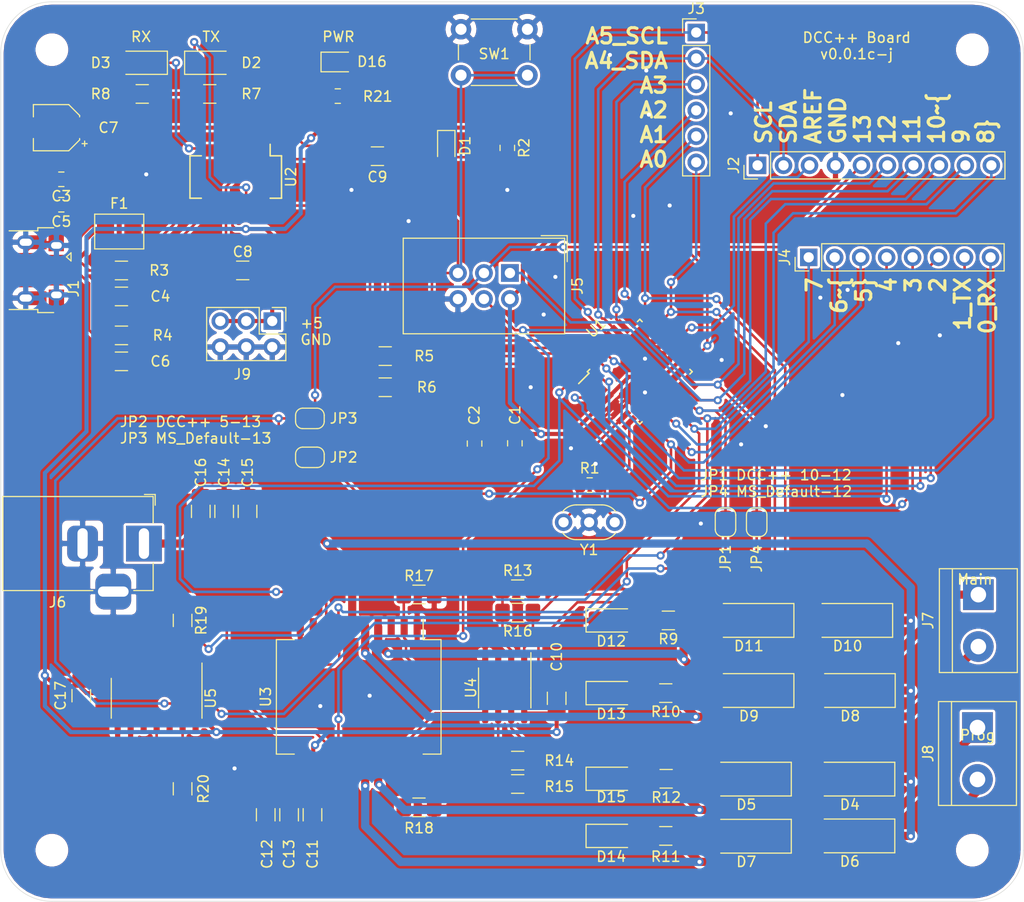
<source format=kicad_pcb>
(kicad_pcb (version 20171130) (host pcbnew 5.1.5-52549c5~86~ubuntu19.10.1)
  (title_block (title "Arduino DCC++") (date 2020-04-16) (rev v.0.0.1c) (company "Daniel Vilas"))
  (layers (0 F.Cu signal) (31 B.Cu signal) (34 B.Paste user) (35 F.Paste user) (36 B.SilkS user) (37 F.SilkS user) (38 B.Mask user) (39 F.Mask user) (44 Edge.Cuts user))
  (net 0 "")
  (net 1 +5V)
  (net 2 GND)
  (net 3 "/FTDI 231/D-")
  (net 4 "/FTDI 231/D+")
  (net 5 "Net-(C8-Pad1)")
  (net 6 "Net-(C9-Pad2)")
  (net 7 "/FTDI 231/RST")
  (net 8 "Net-(D2-Pad2)")
  (net 9 "Net-(D2-Pad1)")
  (net 10 "Net-(D3-Pad2)")
  (net 11 "Net-(D3-Pad1)")
  (net 12 "Net-(F1-Pad2)")
  (net 13 "Net-(J1-Pad4)")
  (net 14 /Arduino/ap_8_icp)
  (net 15 /Arduino/ap_9*_osc1)
  (net 16 /Arduino/ap_10_ss)
  (net 17 /Arduino/ap_11*_mosi)
  (net 18 /Arduino/ap_12_miso)
  (net 19 /Arduino/ap_13_sck)
  (net 20 /Arduino/ap_aref)
  (net 21 /Arduino/ap_a3)
  (net 22 /Arduino/ap_a5_scl)
  (net 23 /Arduino/ap_a2)
  (net 24 "/FTDI 231/TX")
  (net 25 "/FTDI 231/RX")
  (net 26 /Arduino/ad_2_int0)
  (net 27 /Arduino/ap_3*_int1)
  (net 28 /Arduino/ap_4_t0)
  (net 29 /Arduino/ap_5*_t1)
  (net 30 /Arduino/ap_6*_ain0)
  (net 31 /Arduino/ap_7_ain1)
  (net 32 "Net-(R1-Pad2)")
  (net 33 "Net-(R1-Pad1)")
  (net 34 "Net-(R3-Pad1)")
  (net 35 "Net-(R4-Pad1)")
  (net 36 "Net-(R5-Pad2)")
  (net 37 "Net-(R6-Pad2)")
  (net 38 "Net-(U2-Pad19)")
  (net 39 "Net-(U2-Pad18)")
  (net 40 "Net-(U2-Pad9)")
  (net 41 "Net-(U2-Pad8)")
  (net 42 "Net-(U2-Pad7)")
  (net 43 "Net-(U2-Pad5)")
  (net 44 "Net-(U2-Pad2)")
  (net 45 /Arduino/ap_a4_sda)
  (net 46 "/Motor Shield/VMot")
  (net 47 "/Motor Shield/MainK")
  (net 48 "/Motor Shield/MainJ")
  (net 49 "/Motor Shield/ProgK")
  (net 50 "/Motor Shield/ProgJ")
  (net 51 "Net-(U3-Pad18)")
  (net 52 "Net-(U3-Pad3)")
  (net 53 "Net-(D12-Pad2)")
  (net 54 "Net-(D13-Pad2)")
  (net 55 "Net-(D14-Pad2)")
  (net 56 "Net-(D15-Pad2)")
  (net 57 "Net-(R13-Pad1)")
  (net 58 "Net-(R14-Pad1)")
  (net 59 "/Motor Shield/snsA")
  (net 60 "/Motor Shield/snsB")
  (net 61 "/Motor Shield/dirB#")
  (net 62 "/Motor Shield/dirA#")
  (net 63 "Net-(U5-Pad10)")
  (net 64 "Net-(U5-Pad4)")
  (net 65 "/Motor Shield/SNS0_aA0")
  (net 66 "/Motor Shield/SNS1_aA1")
  (net 67 "Net-(D16-Pad2)")
  (net 68 "/Motor Shield/diraA_a12")
  (net 69 "/Motor Shield/dirB_a13")
  (module Capacitor_SMD:C_0805_2012Metric (layer F.Cu) (at 55.9205 81.8518 180)
    (fp_text reference C5 (at 0 -1.65) (layer F.SilkS))
    (fp_text value 100nF)
    (pad 2 smd roundrect (at 0.9375 0 180) (size 0.975 1.4) (layers F.Cu F.Paste F.Mask) (net 2 GND))
    (pad 1 smd roundrect (at -0.9375 0 180) (size 0.975 1.4) (layers F.Cu F.Paste F.Mask) (net 1 +5V))
  )
  (module Capacitor_SMD:C_0805_2012Metric (layer F.Cu) (at 55.9205 79.3626 180)
    (fp_text reference C3 (at 0 -1.65) (layer F.SilkS))
    (fp_text value 10nF)
    (pad 2 smd roundrect (at 0.9375 0 180) (size 0.975 1.4) (layers F.Cu F.Paste F.Mask) (net 2 GND))
    (pad 1 smd roundrect (at -0.9375 0 180) (size 0.975 1.4) (layers F.Cu F.Paste F.Mask) (net 1 +5V))
  )
  (module Resistor_SMD:R_0805_2012Metric (layer F.Cu) (at 82.955001 71.223001)
    (fp_text reference R21 (at 3.900399 0.036999) (layer F.SilkS))
    (fp_text value 1K)
    (pad 2 smd roundrect (at 0.9375 0) (size 0.975 1.4) (layers F.Cu F.Paste F.Mask) (net 67 "Net-(D16-Pad2)"))
    (pad 1 smd roundrect (at -0.9375 0) (size 0.975 1.4) (layers F.Cu F.Paste F.Mask) (net 1 +5V))
  )
  (module Resistor_SMD:R_0805_2012Metric (layer F.Cu) (at 99.53 76.2915 270)
    (fp_text reference R2 (at 0 -1.65 90) (layer F.SilkS))
    (fp_text value 10K)
    (pad 2 smd roundrect (at 0.9375 0 270) (size 0.975 1.4) (layers F.Cu F.Paste F.Mask) (net 7 "/FTDI 231/RST"))
    (pad 1 smd roundrect (at -0.9375 0 270) (size 0.975 1.4) (layers F.Cu F.Paste F.Mask) (net 1 +5V))
  )
  (module Resistor_SMD:R_0805_2012Metric (layer F.Cu) (at 107.582 109.28)
    (fp_text reference R1 (at 0 -1.65) (layer F.SilkS))
    (fp_text value 1M)
    (pad 2 smd roundrect (at 0.9375 0) (size 0.975 1.4) (layers F.Cu F.Paste F.Mask) (net 32 "Net-(R1-Pad2)"))
    (pad 1 smd roundrect (at -0.9375 0) (size 0.975 1.4) (layers F.Cu F.Paste F.Mask) (net 33 "Net-(R1-Pad1)"))
  )
  (module LED_SMD:LED_0805_2012Metric (layer F.Cu) (at 83.000001 67.883001)
    (fp_text reference D16 (at 3.296599 -0.026601) (layer F.SilkS))
    (fp_text value PWR_G)
    (pad 2 smd roundrect (at 0.9375 0) (size 0.975 1.4) (layers F.Cu F.Paste F.Mask) (net 67 "Net-(D16-Pad2)"))
    (pad 1 smd roundrect (at -0.9375 0) (size 0.975 1.4) (layers F.Cu F.Paste F.Mask) (net 2 GND))
  )
  (module Diode_SMD:D_SOD-323F (layer F.Cu) (at 93.561 76.086 270)
    (fp_text reference D1 (at 0 -1.85 90) (layer F.SilkS))
    (fp_text value 1N4148WS)
    (pad 2 smd rect (at 1.1 0 270) (size 0.5 0.5) (layers F.Cu F.Paste F.Mask) (net 7 "/FTDI 231/RST"))
    (pad 1 smd rect (at -1.1 0 270) (size 0.5 0.5) (layers F.Cu F.Paste F.Mask) (net 1 +5V))
  )
  (module Capacitor_SMD:C_0805_2012Metric (layer F.Cu) (at 96.3296 105.2175 270)
    (fp_text reference C2 (at -2.7663 0.0254 90) (layer F.SilkS))
    (fp_text value 100nF)
    (pad 2 smd roundrect (at 0.9375 0 270) (size 0.975 1.4) (layers F.Cu F.Paste F.Mask) (net 2 GND))
    (pad 1 smd roundrect (at -0.9375 0 270) (size 0.975 1.4) (layers F.Cu F.Paste F.Mask) (net 1 +5V))
  )
  (module Capacitor_SMD:C_0805_2012Metric (layer F.Cu) (at 100.2666 105.1921 90)
    (fp_text reference C1 (at 2.7663 0.0254 90) (layer F.SilkS))
    (fp_text value 100nF)
    (pad 2 smd roundrect (at 0.9375 0 90) (size 0.975 1.4) (layers F.Cu F.Paste F.Mask) (net 1 +5V))
    (pad 1 smd roundrect (at -0.9375 0 90) (size 0.975 1.4) (layers F.Cu F.Paste F.Mask) (net 2 GND))
  )
  (module Crystal:Resonator_muRata_CSTLSxxxX-3Pin_W5.5mm_H3.0mm (layer F.Cu) (at 110.031 112.916 180)
    (fp_text reference Y1 (at 2.5 -2.7) (layer F.SilkS))
    (fp_text value CSTLS16M0X53-A0)
    (pad 3 thru_hole circle (at 5 0 180) (size 1.7 1.7) (drill 1) (layers *.Cu *.Mask) (net 33 "Net-(R1-Pad1)"))
    (pad 2 thru_hole circle (at 2.5 0 180) (size 1.7 1.7) (drill 1) (layers *.Cu *.Mask) (net 2 GND))
    (pad 1 thru_hole circle (at 0 0 180) (size 1.7 1.7) (drill 1) (layers *.Cu *.Mask) (net 32 "Net-(R1-Pad2)"))
  )
  (module Connector_PinHeader_2.54mm:PinHeader_2x03_P2.54mm_Vertical (layer F.Cu) (at 76.543 93.231 270)
    (fp_text reference J9 (at 5.207 2.921 180) (layer F.SilkS))
    (fp_text value Conn_02x03_Odd_Even)
    (pad 6 thru_hole oval (at 2.54 5.08 270) (size 1.7 1.7) (drill 1) (layers *.Cu *.Mask) (net 2 GND))
    (pad 5 thru_hole oval (at 0 5.08 270) (size 1.7 1.7) (drill 1) (layers *.Cu *.Mask) (net 1 +5V))
    (pad 4 thru_hole oval (at 2.54 2.54 270) (size 1.7 1.7) (drill 1) (layers *.Cu *.Mask) (net 2 GND))
    (pad 3 thru_hole oval (at 0 2.54 270) (size 1.7 1.7) (drill 1) (layers *.Cu *.Mask) (net 1 +5V))
    (pad 2 thru_hole oval (at 2.54 0 270) (size 1.7 1.7) (drill 1) (layers *.Cu *.Mask) (net 2 GND))
    (pad 1 thru_hole rect (at 0 0 270) (size 1.7 1.7) (drill 1) (layers *.Cu *.Mask) (net 1 +5V))
  )
  (module MountingHole:MountingHole_2.7mm_M2.5 (layer F.Cu) (at 145 145)
    (fp_text reference H4 hide)
    (fp_text value MountingHole)
    (pad 1 np_thru_hole circle (at 0 0) (size 2.7 2.7) (drill 2.7) (layers *.Cu *.Mask))
  )
  (module MountingHole:MountingHole_2.7mm_M2.5 (layer F.Cu) (at 55 145)
    (fp_text reference H3 hide)
    (fp_text value MountingHole)
    (pad 1 np_thru_hole circle (at 0 0) (size 2.7 2.7) (drill 2.7) (layers *.Cu *.Mask))
  )
  (module MountingHole:MountingHole_2.7mm_M2.5 (layer F.Cu) (at 145 66.684)
    (fp_text reference H2 hide)
    (fp_text value MountingHole)
    (pad 1 np_thru_hole circle (at 0 0) (size 2.7 2.7) (drill 2.7) (layers *.Cu *.Mask))
  )
  (module MountingHole:MountingHole_2.7mm_M2.5 (layer F.Cu) (at 55 66.684)
    (fp_text reference H1 hide)
    (fp_text value MountingHole)
    (pad 1 np_thru_hole circle (at 0 0) (size 2.7 2.7) (drill 2.7) (layers *.Cu *.Mask))
  )
  (module ArduinoDCC++:MF-MSMF (layer F.Cu) (at 61.5825 84.474 180)
    (fp_text reference F1 (at 0 2.7432) (layer F.SilkS))
    (fp_text value MF-MSMF050-2)
    (pad 2 smd rect (at 1.34 0 180) (size 1.68 2.95) (layers F.Cu F.Paste F.Mask) (net 12 "Net-(F1-Pad2)"))
    (pad 1 smd rect (at -1.34 0 180) (size 1.68 2.95) (layers F.Cu F.Paste F.Mask) (net 1 +5V))
  )
  (module Jumper:SolderJumper-2_P1.3mm_Bridged_RoundedPad1.0x1.5mm (layer F.Cu) (at 123.914 112.916 90)
    (fp_text reference JP4 (at -3.556 0 90) (layer F.SilkS))
    (fp_text value Jumper)
    (fp_poly (pts (xy 0.25 -0.3) (xy -0.25 -0.3) (xy -0.25 0.3) (xy 0.25 0.3)) (layer F.Cu) (width 0))
    (pad 1 smd custom (at -0.65 0 90) (size 1 0.5) (layers F.Cu F.Mask) (net 68 "/Motor Shield/diraA_a12") (options (clearance outline) (anchor rect)) (primitives (gr_circle (center 0 0.25) (end 0.5 0.25) (width 0)) (gr_circle (center 0 -0.25) (end 0.5 -0.25) (width 0)) (gr_poly (pts (xy 0 -0.75) (xy 0.5 -0.75) (xy 0.5 0.75) (xy 0 0.75)) (width 0))))
    (pad 2 smd custom (at 0.65 0 90) (size 1 0.5) (layers F.Cu F.Mask) (net 18 /Arduino/ap_12_miso) (options (clearance outline) (anchor rect)) (primitives (gr_circle (center 0 0.25) (end 0.5 0.25) (width 0)) (gr_circle (center 0 -0.25) (end 0.5 -0.25) (width 0)) (gr_poly (pts (xy 0 -0.75) (xy -0.5 -0.75) (xy -0.5 0.75) (xy 0 0.75)) (width 0))))
  )
  (module Jumper:SolderJumper-2_P1.3mm_Bridged_RoundedPad1.0x1.5mm (layer F.Cu) (at 80.226 102.756 180)
    (fp_text reference JP3 (at -3.302 0) (layer F.SilkS))
    (fp_text value Jumper)
    (fp_poly (pts (xy 0.25 -0.3) (xy -0.25 -0.3) (xy -0.25 0.3) (xy 0.25 0.3)) (layer F.Cu) (width 0))
    (pad 1 smd custom (at -0.65 0 180) (size 1 0.5) (layers F.Cu F.Mask) (net 19 /Arduino/ap_13_sck) (options (clearance outline) (anchor rect)) (primitives (gr_circle (center 0 0.25) (end 0.5 0.25) (width 0)) (gr_circle (center 0 -0.25) (end 0.5 -0.25) (width 0)) (gr_poly (pts (xy 0 -0.75) (xy 0.5 -0.75) (xy 0.5 0.75) (xy 0 0.75)) (width 0))))
    (pad 2 smd custom (at 0.65 0 180) (size 1 0.5) (layers F.Cu F.Mask) (net 69 "/Motor Shield/dirB_a13") (options (clearance outline) (anchor rect)) (primitives (gr_circle (center 0 0.25) (end 0.5 0.25) (width 0)) (gr_circle (center 0 -0.25) (end 0.5 -0.25) (width 0)) (gr_poly (pts (xy 0 -0.75) (xy -0.5 -0.75) (xy -0.5 0.75) (xy 0 0.75)) (width 0))))
  )
  (module Diode_SMD:D_SMA_Handsoldering (layer F.Cu) (at 123.152 129.378 180)
    (fp_text reference D9 (at 0 -2.5) (layer F.SilkS))
    (fp_text value ss14)
    (pad 2 smd rect (at 2.5 0 180) (size 3.5 1.8) (layers F.Cu F.Paste F.Mask) (net 2 GND))
    (pad 1 smd rect (at -2.5 0 180) (size 3.5 1.8) (layers F.Cu F.Paste F.Mask) (net 47 "/Motor Shield/MainK"))
  )
  (module Jumper:SolderJumper-2_P1.3mm_Bridged_RoundedPad1.0x1.5mm (layer F.Cu) (at 80.226 106.566)
    (fp_text reference JP2 (at 3.302 0) (layer F.SilkS))
    (fp_text value Jumper)
    (fp_poly (pts (xy 0.25 -0.3) (xy -0.25 -0.3) (xy -0.25 0.3) (xy 0.25 0.3)) (layer F.Cu) (width 0))
    (pad 1 smd custom (at -0.65 0) (size 1 0.5) (layers F.Cu F.Mask) (net 69 "/Motor Shield/dirB_a13") (options (clearance outline) (anchor rect)) (primitives (gr_circle (center 0 0.25) (end 0.5 0.25) (width 0)) (gr_circle (center 0 -0.25) (end 0.5 -0.25) (width 0)) (gr_poly (pts (xy 0 -0.75) (xy 0.5 -0.75) (xy 0.5 0.75) (xy 0 0.75)) (width 0))))
    (pad 2 smd custom (at 0.65 0) (size 1 0.5) (layers F.Cu F.Mask) (net 29 /Arduino/ap_5*_t1) (options (clearance outline) (anchor rect)) (primitives (gr_circle (center 0 0.25) (end 0.5 0.25) (width 0)) (gr_circle (center 0 -0.25) (end 0.5 -0.25) (width 0)) (gr_poly (pts (xy 0 -0.75) (xy -0.5 -0.75) (xy -0.5 0.75) (xy 0 0.75)) (width 0))))
  )
  (module Jumper:SolderJumper-2_P1.3mm_Bridged_RoundedPad1.0x1.5mm (layer F.Cu) (at 120.866 112.916 90)
    (fp_text reference JP1 (at -3.556 0 90) (layer F.SilkS))
    (fp_text value Jumper)
    (fp_poly (pts (xy 0.25 -0.3) (xy -0.25 -0.3) (xy -0.25 0.3) (xy 0.25 0.3)) (layer F.Cu) (width 0))
    (pad 2 smd custom (at 0.65 0 90) (size 1 0.5) (layers F.Cu F.Mask) (net 16 /Arduino/ap_10_ss) (options (clearance outline) (anchor rect)) (primitives (gr_circle (center 0 0.25) (end 0.5 0.25) (width 0)) (gr_circle (center 0 -0.25) (end 0.5 -0.25) (width 0)) (gr_poly (pts (xy 0 -0.75) (xy -0.5 -0.75) (xy -0.5 0.75) (xy 0 0.75)) (width 0))))
    (pad 1 smd custom (at -0.65 0 90) (size 1 0.5) (layers F.Cu F.Mask) (net 68 "/Motor Shield/diraA_a12") (options (clearance outline) (anchor rect)) (primitives (gr_circle (center 0 0.25) (end 0.5 0.25) (width 0)) (gr_circle (center 0 -0.25) (end 0.5 -0.25) (width 0)) (gr_poly (pts (xy 0 -0.75) (xy 0.5 -0.75) (xy 0.5 0.75) (xy 0 0.75)) (width 0))))
  )
  (module Package_SO:SOIC-14_3.9x8.7mm_P1.27mm (layer F.Cu) (at 65.24 130.14 270)
    (fp_text reference U5 (at 0 -5.28 90) (layer F.SilkS))
    (fp_text value 4077)
    (pad 14 smd roundrect (at 2.475 -3.81 270) (size 1.95 0.6) (layers F.Cu F.Paste F.Mask) (net 1 +5V))
    (pad 13 smd roundrect (at 2.475 -2.54 270) (size 1.95 0.6) (layers F.Cu F.Paste F.Mask) (net 14 /Arduino/ap_8_icp))
    (pad 12 smd roundrect (at 2.475 -1.27 270) (size 1.95 0.6) (layers F.Cu F.Paste F.Mask) (net 69 "/Motor Shield/dirB_a13"))
    (pad 11 smd roundrect (at 2.475 0 270) (size 1.95 0.6) (layers F.Cu F.Paste F.Mask) (net 61 "/Motor Shield/dirB#"))
    (pad 10 smd roundrect (at 2.475 1.27 270) (size 1.95 0.6) (layers F.Cu F.Paste F.Mask) (net 63 "Net-(U5-Pad10)"))
    (pad 9 smd roundrect (at 2.475 2.54 270) (size 1.95 0.6) (layers F.Cu F.Paste F.Mask) (net 2 GND))
    (pad 8 smd roundrect (at 2.475 3.81 270) (size 1.95 0.6) (layers F.Cu F.Paste F.Mask) (net 2 GND))
    (pad 7 smd roundrect (at -2.475 3.81 270) (size 1.95 0.6) (layers F.Cu F.Paste F.Mask) (net 2 GND))
    (pad 6 smd roundrect (at -2.475 2.54 270) (size 1.95 0.6) (layers F.Cu F.Paste F.Mask) (net 1 +5V))
    (pad 5 smd roundrect (at -2.475 1.27 270) (size 1.95 0.6) (layers F.Cu F.Paste F.Mask) (net 1 +5V))
    (pad 4 smd roundrect (at -2.475 0 270) (size 1.95 0.6) (layers F.Cu F.Paste F.Mask) (net 64 "Net-(U5-Pad4)"))
    (pad 3 smd roundrect (at -2.475 -1.27 270) (size 1.95 0.6) (layers F.Cu F.Paste F.Mask) (net 62 "/Motor Shield/dirA#"))
    (pad 2 smd roundrect (at -2.475 -2.54 270) (size 1.95 0.6) (layers F.Cu F.Paste F.Mask) (net 15 /Arduino/ap_9*_osc1))
    (pad 1 smd roundrect (at -2.475 -3.81 270) (size 1.95 0.6) (layers F.Cu F.Paste F.Mask) (net 68 "/Motor Shield/diraA_a12"))
  )
  (module Resistor_SMD:R_1206_3216Metric_Pad1.42x1.75mm_HandSolder (layer F.Cu) (at 67.78 138.9935 90)
    (fp_text reference R20 (at 0 2.032 90) (layer F.SilkS))
    (fp_text value 10K)
    (pad 2 smd roundrect (at 1.4875 0 90) (size 1.425 1.75) (layers F.Cu F.Paste F.Mask) (roundrect_rratio 0.175439) (net 14 /Arduino/ap_8_icp))
    (pad 1 smd roundrect (at -1.4875 0 90) (size 1.425 1.75) (layers F.Cu F.Paste F.Mask) (roundrect_rratio 0.175439) (net 2 GND))
  )
  (module Resistor_SMD:R_1206_3216Metric_Pad1.42x1.75mm_HandSolder (layer F.Cu) (at 67.78 122.52 270)
    (fp_text reference R19 (at 0 -1.82 90) (layer F.SilkS))
    (fp_text value 10K)
    (pad 2 smd roundrect (at 1.4875 0 270) (size 1.425 1.75) (layers F.Cu F.Paste F.Mask) (roundrect_rratio 0.175439) (net 15 /Arduino/ap_9*_osc1))
    (pad 1 smd roundrect (at -1.4875 0 270) (size 1.425 1.75) (layers F.Cu F.Paste F.Mask) (roundrect_rratio 0.175439) (net 2 GND))
  )
  (module Capacitor_SMD:C_1206_3216Metric_Pad1.42x1.75mm_HandSolder (layer F.Cu) (at 57.874 129.886 270)
    (fp_text reference C17 (at 0 2.032 90) (layer F.SilkS))
    (fp_text value 100nF)
    (pad 2 smd roundrect (at 1.4875 0 270) (size 1.425 1.75) (layers F.Cu F.Paste F.Mask) (roundrect_rratio 0.175439) (net 2 GND))
    (pad 1 smd roundrect (at -1.4875 0 270) (size 1.425 1.75) (layers F.Cu F.Paste F.Mask) (roundrect_rratio 0.175439) (net 1 +5V))
  )
  (module Capacitor_SMD:C_1206_3216Metric_Pad1.42x1.75mm_HandSolder (layer F.Cu) (at 69.558 111.852 270)
    (fp_text reference C16 (at -3.81 0 90) (layer F.SilkS))
    (fp_text value "10uF 35V")
    (pad 2 smd roundrect (at 1.4875 0 270) (size 1.425 1.75) (layers F.Cu F.Paste F.Mask) (roundrect_rratio 0.175439) (net 46 "/Motor Shield/VMot"))
    (pad 1 smd roundrect (at -1.4875 0 270) (size 1.425 1.75) (layers F.Cu F.Paste F.Mask) (roundrect_rratio 0.175439) (net 2 GND))
  )
  (module Capacitor_SMD:C_1206_3216Metric_Pad1.42x1.75mm_HandSolder (layer F.Cu) (at 74.13 111.852 270)
    (fp_text reference C15 (at -3.81 0 90) (layer F.SilkS))
    (fp_text value "10uF 35V")
    (pad 2 smd roundrect (at 1.4875 0 270) (size 1.425 1.75) (layers F.Cu F.Paste F.Mask) (roundrect_rratio 0.175439) (net 46 "/Motor Shield/VMot"))
    (pad 1 smd roundrect (at -1.4875 0 270) (size 1.425 1.75) (layers F.Cu F.Paste F.Mask) (roundrect_rratio 0.175439) (net 2 GND))
  )
  (module Capacitor_SMD:C_1206_3216Metric_Pad1.42x1.75mm_HandSolder (layer F.Cu) (at 71.844 111.852 270)
    (fp_text reference C14 (at -3.81 0 90) (layer F.SilkS))
    (fp_text value "10uF 35V")
    (pad 2 smd roundrect (at 1.4875 0 270) (size 1.425 1.75) (layers F.Cu F.Paste F.Mask) (roundrect_rratio 0.175439) (net 46 "/Motor Shield/VMot"))
    (pad 1 smd roundrect (at -1.4875 0 270) (size 1.425 1.75) (layers F.Cu F.Paste F.Mask) (roundrect_rratio 0.175439) (net 2 GND))
  )
  (module Capacitor_SMD:C_1206_3216Metric_Pad1.42x1.75mm_HandSolder (layer F.Cu) (at 78.194 141.5335 90)
    (fp_text reference C13 (at -3.8465 0 90) (layer F.SilkS))
    (fp_text value 100nF)
    (pad 2 smd roundrect (at 1.4875 0 90) (size 1.425 1.75) (layers F.Cu F.Paste F.Mask) (roundrect_rratio 0.175439) (net 1 +5V))
    (pad 1 smd roundrect (at -1.4875 0 90) (size 1.425 1.75) (layers F.Cu F.Paste F.Mask) (roundrect_rratio 0.175439) (net 2 GND))
  )
  (module Capacitor_SMD:C_1206_3216Metric_Pad1.42x1.75mm_HandSolder (layer F.Cu) (at 75.908 141.5335 90)
    (fp_text reference C12 (at -3.8465 0.127 90) (layer F.SilkS))
    (fp_text value "10uF 35V")
    (pad 2 smd roundrect (at 1.4875 0 90) (size 1.425 1.75) (layers F.Cu F.Paste F.Mask) (roundrect_rratio 0.175439) (net 1 +5V))
    (pad 1 smd roundrect (at -1.4875 0 90) (size 1.425 1.75) (layers F.Cu F.Paste F.Mask) (roundrect_rratio 0.175439) (net 2 GND))
  )
  (module Capacitor_SMD:C_1206_3216Metric_Pad1.42x1.75mm_HandSolder (layer F.Cu) (at 80.48 141.5335 270)
    (fp_text reference C11 (at 3.8465 0 90) (layer F.SilkS))
    (fp_text value 100nF)
    (pad 2 smd roundrect (at 1.4875 0 270) (size 1.425 1.75) (layers F.Cu F.Paste F.Mask) (roundrect_rratio 0.175439) (net 2 GND))
    (pad 1 smd roundrect (at -1.4875 0 270) (size 1.425 1.75) (layers F.Cu F.Paste F.Mask) (roundrect_rratio 0.175439) (net 1 +5V))
  )
  (module Package_SO:SOIC-8_3.9x4.9mm_P1.27mm (layer F.Cu) (at 99.276 129.124 270)
    (fp_text reference U4 (at 0 3.302 90) (layer F.SilkS))
    (fp_text value LMV358)
    (pad 8 smd roundrect (at 2.475 -1.905 270) (size 1.95 0.6) (layers F.Cu F.Paste F.Mask) (net 1 +5V))
    (pad 7 smd roundrect (at 2.475 -0.635 270) (size 1.95 0.6) (layers F.Cu F.Paste F.Mask) (net 66 "/Motor Shield/SNS1_aA1"))
    (pad 6 smd roundrect (at 2.475 0.635 270) (size 1.95 0.6) (layers F.Cu F.Paste F.Mask) (net 58 "Net-(R14-Pad1)"))
    (pad 5 smd roundrect (at 2.475 1.905 270) (size 1.95 0.6) (layers F.Cu F.Paste F.Mask) (net 60 "/Motor Shield/snsB"))
    (pad 4 smd roundrect (at -2.475 1.905 270) (size 1.95 0.6) (layers F.Cu F.Paste F.Mask) (net 2 GND))
    (pad 3 smd roundrect (at -2.475 0.635 270) (size 1.95 0.6) (layers F.Cu F.Paste F.Mask) (net 59 "/Motor Shield/snsA"))
    (pad 2 smd roundrect (at -2.475 -0.635 270) (size 1.95 0.6) (layers F.Cu F.Paste F.Mask) (net 57 "Net-(R13-Pad1)"))
    (pad 1 smd roundrect (at -2.475 -1.905 270) (size 1.95 0.6) (layers F.Cu F.Paste F.Mask) (net 65 "/Motor Shield/SNS0_aA0"))
  )
  (module Resistor_SMD:R_1206_3216Metric_Pad1.42x1.75mm_HandSolder (layer F.Cu) (at 90.894 140.808)
    (fp_text reference R18 (at 0 2.032) (layer F.SilkS))
    (fp_text value 0R15)
    (pad 2 smd roundrect (at 1.4875 0) (size 1.425 1.75) (layers F.Cu F.Paste F.Mask) (roundrect_rratio 0.175439) (net 2 GND))
    (pad 1 smd roundrect (at -1.4875 0) (size 1.425 1.75) (layers F.Cu F.Paste F.Mask) (roundrect_rratio 0.175439) (net 60 "/Motor Shield/snsB"))
  )
  (module Resistor_SMD:R_1206_3216Metric_Pad1.42x1.75mm_HandSolder (layer F.Cu) (at 90.894 119.98)
    (fp_text reference R17 (at 0 -1.82) (layer F.SilkS))
    (fp_text value 0R15)
    (pad 2 smd roundrect (at 1.4875 0) (size 1.425 1.75) (layers F.Cu F.Paste F.Mask) (roundrect_rratio 0.175439) (net 2 GND))
    (pad 1 smd roundrect (at -1.4875 0) (size 1.425 1.75) (layers F.Cu F.Paste F.Mask) (roundrect_rratio 0.175439) (net 59 "/Motor Shield/snsA"))
  )
  (module Resistor_SMD:R_1206_3216Metric_Pad1.42x1.75mm_HandSolder (layer F.Cu) (at 100.546 121.758 180)
    (fp_text reference R16 (at 0 -1.82) (layer F.SilkS))
    (fp_text value 10K)
    (pad 2 smd roundrect (at 1.4875 0 180) (size 1.425 1.75) (layers F.Cu F.Paste F.Mask) (roundrect_rratio 0.175439) (net 57 "Net-(R13-Pad1)"))
    (pad 1 smd roundrect (at -1.4875 0 180) (size 1.425 1.75) (layers F.Cu F.Paste F.Mask) (roundrect_rratio 0.175439) (net 65 "/Motor Shield/SNS0_aA0"))
  )
  (module Resistor_SMD:R_1206_3216Metric_Pad1.42x1.75mm_HandSolder (layer F.Cu) (at 100.546 136.236 180)
    (fp_text reference R15 (at -4.064 -2.54) (layer F.SilkS))
    (fp_text value 10K)
    (pad 2 smd roundrect (at 1.4875 0 180) (size 1.425 1.75) (layers F.Cu F.Paste F.Mask) (roundrect_rratio 0.175439) (net 58 "Net-(R14-Pad1)"))
    (pad 1 smd roundrect (at -1.4875 0 180) (size 1.425 1.75) (layers F.Cu F.Paste F.Mask) (roundrect_rratio 0.175439) (net 66 "/Motor Shield/SNS1_aA1"))
  )
  (module Resistor_SMD:R_1206_3216Metric_Pad1.42x1.75mm_HandSolder (layer F.Cu) (at 100.546 138.522)
    (fp_text reference R14 (at 4.064 -2.286) (layer F.SilkS))
    (fp_text value 1K)
    (pad 2 smd roundrect (at 1.4875 0) (size 1.425 1.75) (layers F.Cu F.Paste F.Mask) (roundrect_rratio 0.175439) (net 2 GND))
    (pad 1 smd roundrect (at -1.4875 0) (size 1.425 1.75) (layers F.Cu F.Paste F.Mask) (roundrect_rratio 0.175439) (net 58 "Net-(R14-Pad1)"))
  )
  (module Resistor_SMD:R_1206_3216Metric_Pad1.42x1.75mm_HandSolder (layer F.Cu) (at 100.546 119.472)
    (fp_text reference R13 (at 0 -1.82) (layer F.SilkS))
    (fp_text value 1K)
    (pad 2 smd roundrect (at 1.4875 0) (size 1.425 1.75) (layers F.Cu F.Paste F.Mask) (roundrect_rratio 0.175439) (net 2 GND))
    (pad 1 smd roundrect (at -1.4875 0) (size 1.425 1.75) (layers F.Cu F.Paste F.Mask) (roundrect_rratio 0.175439) (net 57 "Net-(R13-Pad1)"))
  )
  (module Capacitor_SMD:C_1206_3216Metric_Pad1.42x1.75mm_HandSolder (layer F.Cu) (at 104.356 130.14 90)
    (fp_text reference C10 (at 4.064 0 90) (layer F.SilkS))
    (fp_text value 100nF)
    (pad 2 smd roundrect (at 1.4875 0 90) (size 1.425 1.75) (layers F.Cu F.Paste F.Mask) (roundrect_rratio 0.175439) (net 2 GND))
    (pad 1 smd roundrect (at -1.4875 0 90) (size 1.425 1.75) (layers F.Cu F.Paste F.Mask) (roundrect_rratio 0.175439) (net 1 +5V))
  )
  (module Resistor_SMD:R_1206_3216Metric_Pad1.42x1.75mm_HandSolder (layer F.Cu) (at 115.0605 138.014 180)
    (fp_text reference R12 (at 0 -1.82) (layer F.SilkS))
    (fp_text value 10K)
    (pad 2 smd roundrect (at 1.4875 0 180) (size 1.425 1.75) (layers F.Cu F.Paste F.Mask) (roundrect_rratio 0.175439) (net 56 "Net-(D15-Pad2)"))
    (pad 1 smd roundrect (at -1.4875 0 180) (size 1.425 1.75) (layers F.Cu F.Paste F.Mask) (roundrect_rratio 0.175439) (net 49 "/Motor Shield/ProgK"))
  )
  (module Resistor_SMD:R_1206_3216Metric_Pad1.42x1.75mm_HandSolder (layer F.Cu) (at 115.024 143.602 180)
    (fp_text reference R11 (at 0 -2.032) (layer F.SilkS))
    (fp_text value 10K)
    (pad 2 smd roundrect (at 1.4875 0 180) (size 1.425 1.75) (layers F.Cu F.Paste F.Mask) (roundrect_rratio 0.175439) (net 55 "Net-(D14-Pad2)"))
    (pad 1 smd roundrect (at -1.4875 0 180) (size 1.425 1.75) (layers F.Cu F.Paste F.Mask) (roundrect_rratio 0.175439) (net 50 "/Motor Shield/ProgJ"))
  )
  (module Resistor_SMD:R_1206_3216Metric_Pad1.42x1.75mm_HandSolder (layer F.Cu) (at 115.024 129.632 180)
    (fp_text reference R10 (at 0 -1.82) (layer F.SilkS))
    (fp_text value 10K)
    (pad 2 smd roundrect (at 1.4875 0 180) (size 1.425 1.75) (layers F.Cu F.Paste F.Mask) (roundrect_rratio 0.175439) (net 54 "Net-(D13-Pad2)"))
    (pad 1 smd roundrect (at -1.4875 0 180) (size 1.425 1.75) (layers F.Cu F.Paste F.Mask) (roundrect_rratio 0.175439) (net 47 "/Motor Shield/MainK"))
  )
  (module Resistor_SMD:R_1206_3216Metric_Pad1.42x1.75mm_HandSolder (layer F.Cu) (at 115.278 122.52 180)
    (fp_text reference R9 (at 0 -1.82) (layer F.SilkS))
    (fp_text value 10K)
    (pad 2 smd roundrect (at 1.4875 0 180) (size 1.425 1.75) (layers F.Cu F.Paste F.Mask) (roundrect_rratio 0.175439) (net 53 "Net-(D12-Pad2)"))
    (pad 1 smd roundrect (at -1.4875 0 180) (size 1.425 1.75) (layers F.Cu F.Paste F.Mask) (roundrect_rratio 0.175439) (net 48 "/Motor Shield/MainJ"))
  )
  (module LED_SMD:LED_1206_3216Metric_Pad1.42x1.75mm_HandSolder (layer F.Cu) (at 109.69 138.014)
    (fp_text reference D15 (at 0 1.778) (layer F.SilkS))
    (fp_text value PK_LED_Y)
    (pad 2 smd roundrect (at 1.4875 0) (size 1.425 1.75) (layers F.Cu F.Paste F.Mask) (roundrect_rratio 0.175439) (net 56 "Net-(D15-Pad2)"))
    (pad 1 smd roundrect (at -1.4875 0) (size 1.425 1.75) (layers F.Cu F.Paste F.Mask) (roundrect_rratio 0.175439) (net 2 GND))
  )
  (module LED_SMD:LED_1206_3216Metric_Pad1.42x1.75mm_HandSolder (layer F.Cu) (at 109.69 143.602)
    (fp_text reference D14 (at 0 2.032) (layer F.SilkS))
    (fp_text value PJ_LED_Y)
    (pad 2 smd roundrect (at 1.4875 0) (size 1.425 1.75) (layers F.Cu F.Paste F.Mask) (roundrect_rratio 0.175439) (net 55 "Net-(D14-Pad2)"))
    (pad 1 smd roundrect (at -1.4875 0) (size 1.425 1.75) (layers F.Cu F.Paste F.Mask) (roundrect_rratio 0.175439) (net 2 GND))
  )
  (module LED_SMD:LED_1206_3216Metric_Pad1.42x1.75mm_HandSolder (layer F.Cu) (at 109.69 129.632)
    (fp_text reference D13 (at 0 2.032) (layer F.SilkS))
    (fp_text value PK_LED_Y)
    (pad 2 smd roundrect (at 1.4875 0) (size 1.425 1.75) (layers F.Cu F.Paste F.Mask) (roundrect_rratio 0.175439) (net 54 "Net-(D13-Pad2)"))
    (pad 1 smd roundrect (at -1.4875 0) (size 1.425 1.75) (layers F.Cu F.Paste F.Mask) (roundrect_rratio 0.175439) (net 2 GND))
  )
  (module LED_SMD:LED_1206_3216Metric_Pad1.42x1.75mm_HandSolder (layer F.Cu) (at 109.69 122.52)
    (fp_text reference D12 (at 0 2.032) (layer F.SilkS))
    (fp_text value MJ_LED_Y)
    (pad 2 smd roundrect (at 1.4875 0) (size 1.425 1.75) (layers F.Cu F.Paste F.Mask) (roundrect_rratio 0.175439) (net 53 "Net-(D12-Pad2)"))
    (pad 1 smd roundrect (at -1.4875 0) (size 1.425 1.75) (layers F.Cu F.Paste F.Mask) (roundrect_rratio 0.175439) (net 2 GND))
  )
  (module Connector_USB:USB_Micro-B_Amphenol_10103594-0001LF_Horizontal (layer F.Cu) (at 53.556 88.278 270)
    (fp_text reference J1 (at 1.778 -3.556 90) (layer F.SilkS))
    (fp_text value USB_B_Micro)
    (pad 6 smd rect (at 0.935 1.385) (size 2.5 1.43) (layers F.Cu F.Paste F.Mask) (net 2 GND))
    (pad 6 smd rect (at -0.985 1.385) (size 2.5 1.43) (layers F.Cu F.Paste F.Mask) (net 2 GND))
    (pad 6 thru_hole oval (at 2.705 1.115) (size 1.7 1.35) (drill oval 1.2 0.7) (layers *.Cu *.Mask) (net 2 GND))
    (pad 6 thru_hole oval (at -2.755 1.115) (size 1.7 1.35) (drill oval 1.2 0.7) (layers *.Cu *.Mask) (net 2 GND))
    (pad 6 thru_hole oval (at 2.395 -1.885) (size 1.5 1.1) (drill oval 1.05 0.65) (layers *.Cu *.Mask) (net 2 GND))
    (pad 6 thru_hole oval (at -2.445 -1.885) (size 1.5 1.1) (drill oval 1.05 0.65) (layers *.Cu *.Mask) (net 2 GND))
    (pad 5 smd rect (at 1.275 -1.765) (size 1.65 0.4) (layers F.Cu F.Paste F.Mask) (net 2 GND))
    (pad 4 smd rect (at 0.625 -1.765) (size 1.65 0.4) (layers F.Cu F.Paste F.Mask) (net 13 "Net-(J1-Pad4)"))
    (pad 3 smd rect (at -0.025 -1.765) (size 1.65 0.4) (layers F.Cu F.Paste F.Mask) (net 4 "/FTDI 231/D+"))
    (pad 2 smd rect (at -0.675 -1.765) (size 1.65 0.4) (layers F.Cu F.Paste F.Mask) (net 3 "/FTDI 231/D-"))
    (pad 1 smd rect (at -1.325 -1.765) (size 1.65 0.4) (layers F.Cu F.Paste F.Mask) (net 12 "Net-(F1-Pad2)"))
    (pad 6 smd rect (at 2.875 -1.885 270) (size 2 1.5) (layers F.Cu F.Paste F.Mask) (net 2 GND))
    (pad 6 smd rect (at -2.875 -1.865 270) (size 2 1.5) (layers F.Cu F.Paste F.Mask) (net 2 GND))
    (pad 6 smd rect (at 2.975 -0.565 270) (size 1.825 0.7) (layers F.Cu F.Paste F.Mask) (net 2 GND))
    (pad 6 smd rect (at -2.975 -0.565 270) (size 1.825 0.7) (layers F.Cu F.Paste F.Mask) (net 2 GND))
    (pad 6 smd rect (at -2.755 0.185 270) (size 1.35 2) (layers F.Cu F.Paste F.Mask) (net 2 GND))
    (pad 6 smd rect (at 2.725 0.185 270) (size 1.35 2) (layers F.Cu F.Paste F.Mask) (net 2 GND))
  )
  (module Diode_SMD:D_SMA_Handsoldering (layer F.Cu) (at 123.152 122.52 180)
    (fp_text reference D11 (at 0 -2.5) (layer F.SilkS))
    (fp_text value ss14)
    (pad 2 smd rect (at 2.5 0 180) (size 3.5 1.8) (layers F.Cu F.Paste F.Mask) (net 2 GND))
    (pad 1 smd rect (at -2.5 0 180) (size 3.5 1.8) (layers F.Cu F.Paste F.Mask) (net 48 "/Motor Shield/MainJ"))
  )
  (module Diode_SMD:D_SMA_Handsoldering (layer F.Cu) (at 132.804 122.52 180)
    (fp_text reference D10 (at 0 -2.5) (layer F.SilkS))
    (fp_text value ss14)
    (pad 2 smd rect (at 2.5 0 180) (size 3.5 1.8) (layers F.Cu F.Paste F.Mask) (net 48 "/Motor Shield/MainJ"))
    (pad 1 smd rect (at -2.5 0 180) (size 3.5 1.8) (layers F.Cu F.Paste F.Mask) (net 46 "/Motor Shield/VMot"))
  )
  (module Diode_SMD:D_SMA_Handsoldering (layer F.Cu) (at 133.058 129.378 180)
    (fp_text reference D8 (at 0 -2.5) (layer F.SilkS))
    (fp_text value ss14)
    (pad 2 smd rect (at 2.5 0 180) (size 3.5 1.8) (layers F.Cu F.Paste F.Mask) (net 47 "/Motor Shield/MainK"))
    (pad 1 smd rect (at -2.5 0 180) (size 3.5 1.8) (layers F.Cu F.Paste F.Mask) (net 46 "/Motor Shield/VMot"))
  )
  (module Diode_SMD:D_SMA_Handsoldering (layer F.Cu) (at 122.898 143.634 180)
    (fp_text reference D7 (at 0 -2.5) (layer F.SilkS))
    (fp_text value ss14)
    (pad 2 smd rect (at 2.5 0 180) (size 3.5 1.8) (layers F.Cu F.Paste F.Mask) (net 2 GND))
    (pad 1 smd rect (at -2.5 0 180) (size 3.5 1.8) (layers F.Cu F.Paste F.Mask) (net 50 "/Motor Shield/ProgJ"))
  )
  (module Diode_SMD:D_SMA_Handsoldering (layer F.Cu) (at 133.018 143.602 180)
    (fp_text reference D6 (at 0 -2.5) (layer F.SilkS))
    (fp_text value ss14)
    (pad 2 smd rect (at 2.5 0 180) (size 3.5 1.8) (layers F.Cu F.Paste F.Mask) (net 50 "/Motor Shield/ProgJ"))
    (pad 1 smd rect (at -2.5 0 180) (size 3.5 1.8) (layers F.Cu F.Paste F.Mask) (net 46 "/Motor Shield/VMot"))
  )
  (module Diode_SMD:D_SMA_Handsoldering (layer F.Cu) (at 122.898 138.046 180)
    (fp_text reference D5 (at 0 -2.5) (layer F.SilkS))
    (fp_text value ss14)
    (pad 2 smd rect (at 2.5 0 180) (size 3.5 1.8) (layers F.Cu F.Paste F.Mask) (net 2 GND))
    (pad 1 smd rect (at -2.5 0 180) (size 3.5 1.8) (layers F.Cu F.Paste F.Mask) (net 49 "/Motor Shield/ProgK"))
  )
  (module Diode_SMD:D_SMA_Handsoldering (layer F.Cu) (at 133.018 138.046 180)
    (fp_text reference D4 (at 0 -2.5) (layer F.SilkS))
    (fp_text value ss14)
    (pad 2 smd rect (at 2.5 0 180) (size 3.5 1.8) (layers F.Cu F.Paste F.Mask) (net 49 "/Motor Shield/ProgK"))
    (pad 1 smd rect (at -2.5 0 180) (size 3.5 1.8) (layers F.Cu F.Paste F.Mask) (net 46 "/Motor Shield/VMot"))
  )
  (module Connector_BarrelJack:BarrelJack_Horizontal (layer F.Cu) (at 64 115)
    (fp_text reference J6 (at -8.45 5.75) (layer F.SilkS))
    (fp_text value Barrel_Jack_Switch)
    (pad 3 thru_hole roundrect (at -3 4.7) (size 3.5 3.5) (drill oval 3 1) (layers *.Cu *.Mask) (net 2 GND))
    (pad 2 thru_hole roundrect (at -6 0) (size 3 3.5) (drill oval 1 3) (layers *.Cu *.Mask) (net 2 GND))
    (pad 1 thru_hole rect (at 0 0) (size 3.5 3.5) (drill oval 1 3) (layers *.Cu *.Mask) (net 46 "/Motor Shield/VMot"))
  )
  (module Package_SO:HSOP-20-1EP_11.0x15.9mm_P1.27mm_SlugUp (layer F.Cu) (at 85 130 270)
    (fp_text reference U3 (at 0 9.092 90) (layer F.SilkS))
    (fp_text value L298P)
    (pad 20 smd rect (at 6.85 -5.715 270) (size 1.7 0.7) (layers F.Cu F.Paste F.Mask) (net 2 GND))
    (pad 19 smd rect (at 6.85 -4.445 270) (size 1.7 0.7) (layers F.Cu F.Paste F.Mask) (net 60 "/Motor Shield/snsB"))
    (pad 18 smd rect (at 6.85 -3.175 270) (size 1.7 0.7) (layers F.Cu F.Paste F.Mask) (net 51 "Net-(U3-Pad18)"))
    (pad 17 smd rect (at 6.85 -1.905 270) (size 1.7 0.7) (layers F.Cu F.Paste F.Mask) (net 49 "/Motor Shield/ProgK"))
    (pad 16 smd rect (at 6.85 -0.635 270) (size 1.7 0.7) (layers F.Cu F.Paste F.Mask) (net 50 "/Motor Shield/ProgJ"))
    (pad 15 smd rect (at 6.85 0.635 270) (size 1.7 0.7) (layers F.Cu F.Paste F.Mask) (net 61 "/Motor Shield/dirB#"))
    (pad 14 smd rect (at 6.85 1.905 270) (size 1.7 0.7) (layers F.Cu F.Paste F.Mask) (net 17 /Arduino/ap_11*_mosi))
    (pad 13 smd rect (at 6.85 3.175 270) (size 1.7 0.7) (layers F.Cu F.Paste F.Mask) (net 69 "/Motor Shield/dirB_a13"))
    (pad 12 smd rect (at 6.85 4.445 270) (size 1.7 0.7) (layers F.Cu F.Paste F.Mask) (net 1 +5V))
    (pad 11 smd rect (at 6.85 5.715 270) (size 1.7 0.7) (layers F.Cu F.Paste F.Mask) (net 2 GND))
    (pad 10 smd rect (at -6.85 5.715 270) (size 1.7 0.7) (layers F.Cu F.Paste F.Mask) (net 2 GND))
    (pad 9 smd rect (at -6.85 4.445 270) (size 1.7 0.7) (layers F.Cu F.Paste F.Mask) (net 62 "/Motor Shield/dirA#"))
    (pad 8 smd rect (at -6.85 3.175 270) (size 1.7 0.7) (layers F.Cu F.Paste F.Mask) (net 27 /Arduino/ap_3*_int1))
    (pad 7 smd rect (at -6.85 1.905 270) (size 1.7 0.7) (layers F.Cu F.Paste F.Mask) (net 68 "/Motor Shield/diraA_a12"))
    (pad 6 smd rect (at -6.85 0.635 270) (size 1.7 0.7) (layers F.Cu F.Paste F.Mask) (net 46 "/Motor Shield/VMot"))
    (pad 5 smd rect (at -6.85 -0.635 270) (size 1.7 0.7) (layers F.Cu F.Paste F.Mask) (net 47 "/Motor Shield/MainK"))
    (pad 4 smd rect (at -6.85 -1.905 270) (size 1.7 0.7) (layers F.Cu F.Paste F.Mask) (net 48 "/Motor Shield/MainJ"))
    (pad 3 smd rect (at -6.85 -3.175 270) (size 1.7 0.7) (layers F.Cu F.Paste F.Mask) (net 52 "Net-(U3-Pad3)"))
    (pad 2 smd rect (at -6.85 -4.445 270) (size 1.7 0.7) (layers F.Cu F.Paste F.Mask) (net 59 "/Motor Shield/snsA"))
    (pad 1 smd rect (at -6.85 -5.715 270) (size 1.7 0.7) (layers F.Cu F.Paste F.Mask) (net 2 GND))
  )
  (module TerminalBlock:TerminalBlock_bornier-2_P5.08mm (layer F.Cu) (at 145.504 133 270)
    (fp_text reference J8 (at 2.54 4.826 90) (layer F.SilkS))
    (fp_text value Screw_Terminal_01x02)
    (pad 2 thru_hole circle (at 5.08 0 270) (size 3 3) (drill 1.52) (layers *.Cu *.Mask) (net 50 "/Motor Shield/ProgJ"))
    (pad 1 thru_hole rect (at 0 0 270) (size 3 3) (drill 1.52) (layers *.Cu *.Mask) (net 49 "/Motor Shield/ProgK"))
  )
  (module TerminalBlock:TerminalBlock_bornier-2_P5.08mm (layer F.Cu) (at 145.588 120 270)
    (fp_text reference J7 (at 2.54 4.91 90) (layer F.SilkS))
    (fp_text value Screw_Terminal_01x02)
    (pad 2 thru_hole circle (at 5.08 0 270) (size 3 3) (drill 1.52) (layers *.Cu *.Mask) (net 47 "/Motor Shield/MainK"))
    (pad 1 thru_hole rect (at 0 0 270) (size 3 3) (drill 1.52) (layers *.Cu *.Mask) (net 48 "/Motor Shield/MainJ"))
  )
  (module Connector_PinHeader_2.54mm:PinHeader_1x06_P2.54mm_Vertical (layer F.Cu) (at 118 65)
    (fp_text reference J3 (at 0 -2.33) (layer F.SilkS))
    (fp_text value Conn_01x06)
    (pad 6 thru_hole oval (at 0 12.7) (size 1.7 1.7) (drill 1) (layers *.Cu *.Mask) (net 65 "/Motor Shield/SNS0_aA0"))
    (pad 5 thru_hole oval (at 0 10.16) (size 1.7 1.7) (drill 1) (layers *.Cu *.Mask) (net 66 "/Motor Shield/SNS1_aA1"))
    (pad 4 thru_hole oval (at 0 7.62) (size 1.7 1.7) (drill 1) (layers *.Cu *.Mask) (net 23 /Arduino/ap_a2))
    (pad 3 thru_hole oval (at 0 5.08) (size 1.7 1.7) (drill 1) (layers *.Cu *.Mask) (net 21 /Arduino/ap_a3))
    (pad 2 thru_hole oval (at 0 2.54) (size 1.7 1.7) (drill 1) (layers *.Cu *.Mask) (net 45 /Arduino/ap_a4_sda))
    (pad 1 thru_hole rect (at 0 0) (size 1.7 1.7) (drill 1) (layers *.Cu *.Mask) (net 22 /Arduino/ap_a5_scl))
  )
  (module Button_Switch_THT:SW_PUSH_6mm_H4.3mm (layer F.Cu) (at 95 64.684)
    (fp_text reference SW1 (at 3.25 2.413) (layer F.SilkS))
    (fp_text value SW_Push)
    (pad 1 thru_hole circle (at 6.5 0 90) (size 2 2) (drill 1.1) (layers *.Cu *.Mask) (net 2 GND))
    (pad 2 thru_hole circle (at 6.5 4.5 90) (size 2 2) (drill 1.1) (layers *.Cu *.Mask) (net 7 "/FTDI 231/RST"))
    (pad 1 thru_hole circle (at 0 0 90) (size 2 2) (drill 1.1) (layers *.Cu *.Mask) (net 2 GND))
    (pad 2 thru_hole circle (at 0 4.5 90) (size 2 2) (drill 1.1) (layers *.Cu *.Mask) (net 7 "/FTDI 231/RST"))
  )
  (module Package_SO:SSOP-20_3.9x8.7mm_P0.635mm (layer F.Cu) (at 72.976 79.14 270)
    (fp_text reference U2 (at 0 -5.4 90) (layer F.SilkS))
    (fp_text value FT231XS)
    (pad 20 smd rect (at 2.6 -2.8575 270) (size 1.2 0.4) (layers F.Cu F.Paste F.Mask) (net 36 "Net-(R5-Pad2)"))
    (pad 19 smd rect (at 2.6 -2.2225 270) (size 1.2 0.4) (layers F.Cu F.Paste F.Mask) (net 38 "Net-(U2-Pad19)"))
    (pad 18 smd rect (at 2.6 -1.5875 270) (size 1.2 0.4) (layers F.Cu F.Paste F.Mask) (net 39 "Net-(U2-Pad18)"))
    (pad 17 smd rect (at 2.6 -0.9525 270) (size 1.2 0.4) (layers F.Cu F.Paste F.Mask) (net 9 "Net-(D2-Pad1)"))
    (pad 16 smd rect (at 2.6 -0.3175 270) (size 1.2 0.4) (layers F.Cu F.Paste F.Mask) (net 2 GND))
    (pad 15 smd rect (at 2.6 0.3175 270) (size 1.2 0.4) (layers F.Cu F.Paste F.Mask) (net 1 +5V))
    (pad 14 smd rect (at 2.6 0.9525 270) (size 1.2 0.4) (layers F.Cu F.Paste F.Mask) (net 5 "Net-(C8-Pad1)"))
    (pad 13 smd rect (at 2.6 1.5875 270) (size 1.2 0.4) (layers F.Cu F.Paste F.Mask) (net 5 "Net-(C8-Pad1)"))
    (pad 12 smd rect (at 2.6 2.2225 270) (size 1.2 0.4) (layers F.Cu F.Paste F.Mask) (net 34 "Net-(R3-Pad1)"))
    (pad 11 smd rect (at 2.6 2.8575 270) (size 1.2 0.4) (layers F.Cu F.Paste F.Mask) (net 35 "Net-(R4-Pad1)"))
    (pad 10 smd rect (at -2.6 2.8575 270) (size 1.2 0.4) (layers F.Cu F.Paste F.Mask) (net 11 "Net-(D3-Pad1)"))
    (pad 9 smd rect (at -2.6 2.2225 270) (size 1.2 0.4) (layers F.Cu F.Paste F.Mask) (net 40 "Net-(U2-Pad9)"))
    (pad 8 smd rect (at -2.6 1.5875 270) (size 1.2 0.4) (layers F.Cu F.Paste F.Mask) (net 41 "Net-(U2-Pad8)"))
    (pad 7 smd rect (at -2.6 0.9525 270) (size 1.2 0.4) (layers F.Cu F.Paste F.Mask) (net 42 "Net-(U2-Pad7)"))
    (pad 6 smd rect (at -2.6 0.3175 270) (size 1.2 0.4) (layers F.Cu F.Paste F.Mask) (net 2 GND))
    (pad 5 smd rect (at -2.6 -0.3175 270) (size 1.2 0.4) (layers F.Cu F.Paste F.Mask) (net 43 "Net-(U2-Pad5)"))
    (pad 4 smd rect (at -2.6 -0.9525 270) (size 1.2 0.4) (layers F.Cu F.Paste F.Mask) (net 37 "Net-(R6-Pad2)"))
    (pad 3 smd rect (at -2.6 -1.5875 270) (size 1.2 0.4) (layers F.Cu F.Paste F.Mask) (net 5 "Net-(C8-Pad1)"))
    (pad 2 smd rect (at -2.6 -2.2225 270) (size 1.2 0.4) (layers F.Cu F.Paste F.Mask) (net 44 "Net-(U2-Pad2)"))
    (pad 1 smd rect (at -2.6 -2.8575 270) (size 1.2 0.4) (layers F.Cu F.Paste F.Mask) (net 6 "Net-(C9-Pad2)"))
  )
  (module Package_QFP:TQFP-32_7x7mm_P0.8mm (layer F.Cu) (at 112.484 98.184 45)
    (fp_text reference U1 (at 0 -6.05 45) (layer F.SilkS))
    (fp_text value ATmega328PB-AU)
    (pad 32 smd rect (at -2.8 -4.25 135) (size 1.6 0.55) (layers F.Cu F.Paste F.Mask) (net 26 /Arduino/ad_2_int0))
    (pad 31 smd rect (at -2 -4.25 135) (size 1.6 0.55) (layers F.Cu F.Paste F.Mask) (net 25 "/FTDI 231/RX"))
    (pad 30 smd rect (at -1.2 -4.25 135) (size 1.6 0.55) (layers F.Cu F.Paste F.Mask) (net 24 "/FTDI 231/TX"))
    (pad 29 smd rect (at -0.4 -4.25 135) (size 1.6 0.55) (layers F.Cu F.Paste F.Mask) (net 7 "/FTDI 231/RST"))
    (pad 28 smd rect (at 0.4 -4.25 135) (size 1.6 0.55) (layers F.Cu F.Paste F.Mask) (net 22 /Arduino/ap_a5_scl))
    (pad 27 smd rect (at 1.2 -4.25 135) (size 1.6 0.55) (layers F.Cu F.Paste F.Mask) (net 45 /Arduino/ap_a4_sda))
    (pad 26 smd rect (at 2 -4.25 135) (size 1.6 0.55) (layers F.Cu F.Paste F.Mask) (net 21 /Arduino/ap_a3))
    (pad 25 smd rect (at 2.8 -4.25 135) (size 1.6 0.55) (layers F.Cu F.Paste F.Mask) (net 23 /Arduino/ap_a2))
    (pad 24 smd rect (at 4.25 -2.8 45) (size 1.6 0.55) (layers F.Cu F.Paste F.Mask) (net 66 "/Motor Shield/SNS1_aA1"))
    (pad 23 smd rect (at 4.25 -2 45) (size 1.6 0.55) (layers F.Cu F.Paste F.Mask) (net 65 "/Motor Shield/SNS0_aA0"))
    (pad 22 smd rect (at 4.25 -1.2 45) (size 1.6 0.55) (layers F.Cu F.Paste F.Mask) (net 2 GND))
    (pad 21 smd rect (at 4.25 -0.4 45) (size 1.6 0.55) (layers F.Cu F.Paste F.Mask) (net 2 GND))
    (pad 20 smd rect (at 4.25 0.4 45) (size 1.6 0.55) (layers F.Cu F.Paste F.Mask) (net 20 /Arduino/ap_aref))
    (pad 19 smd rect (at 4.25 1.2 45) (size 1.6 0.55) (layers F.Cu F.Paste F.Mask) (net 2 GND))
    (pad 18 smd rect (at 4.25 2 45) (size 1.6 0.55) (layers F.Cu F.Paste F.Mask) (net 1 +5V))
    (pad 17 smd rect (at 4.25 2.8 45) (size 1.6 0.55) (layers F.Cu F.Paste F.Mask) (net 19 /Arduino/ap_13_sck))
    (pad 16 smd rect (at 2.8 4.25 135) (size 1.6 0.55) (layers F.Cu F.Paste F.Mask) (net 18 /Arduino/ap_12_miso))
    (pad 15 smd rect (at 2 4.25 135) (size 1.6 0.55) (layers F.Cu F.Paste F.Mask) (net 17 /Arduino/ap_11*_mosi))
    (pad 14 smd rect (at 1.2 4.25 135) (size 1.6 0.55) (layers F.Cu F.Paste F.Mask) (net 16 /Arduino/ap_10_ss))
    (pad 13 smd rect (at 0.4 4.25 135) (size 1.6 0.55) (layers F.Cu F.Paste F.Mask) (net 15 /Arduino/ap_9*_osc1))
    (pad 12 smd rect (at -0.4 4.25 135) (size 1.6 0.55) (layers F.Cu F.Paste F.Mask) (net 14 /Arduino/ap_8_icp))
    (pad 11 smd rect (at -1.2 4.25 135) (size 1.6 0.55) (layers F.Cu F.Paste F.Mask) (net 31 /Arduino/ap_7_ain1))
    (pad 10 smd rect (at -2 4.25 135) (size 1.6 0.55) (layers F.Cu F.Paste F.Mask) (net 30 /Arduino/ap_6*_ain0))
    (pad 9 smd rect (at -2.8 4.25 135) (size 1.6 0.55) (layers F.Cu F.Paste F.Mask) (net 29 /Arduino/ap_5*_t1))
    (pad 8 smd rect (at -4.25 2.8 45) (size 1.6 0.55) (layers F.Cu F.Paste F.Mask) (net 32 "Net-(R1-Pad2)"))
    (pad 7 smd rect (at -4.25 2 45) (size 1.6 0.55) (layers F.Cu F.Paste F.Mask) (net 33 "Net-(R1-Pad1)"))
    (pad 6 smd rect (at -4.25 1.2 45) (size 1.6 0.55) (layers F.Cu F.Paste F.Mask) (net 2 GND))
    (pad 5 smd rect (at -4.25 0.4 45) (size 1.6 0.55) (layers F.Cu F.Paste F.Mask) (net 2 GND))
    (pad 4 smd rect (at -4.25 -0.4 45) (size 1.6 0.55) (layers F.Cu F.Paste F.Mask) (net 1 +5V))
    (pad 3 smd rect (at -4.25 -1.2 45) (size 1.6 0.55) (layers F.Cu F.Paste F.Mask) (net 2 GND))
    (pad 2 smd rect (at -4.25 -2 45) (size 1.6 0.55) (layers F.Cu F.Paste F.Mask) (net 28 /Arduino/ap_4_t0))
    (pad 1 smd rect (at -4.25 -2.8 45) (size 1.6 0.55) (layers F.Cu F.Paste F.Mask) (net 27 /Arduino/ap_3*_int1))
  )
  (module Resistor_SMD:R_1206_3216Metric_Pad1.42x1.75mm_HandSolder (layer F.Cu) (at 63.832 71.012 180)
    (fp_text reference R8 (at 4.064 0) (layer F.SilkS))
    (fp_text value 1K)
    (pad 2 smd roundrect (at 1.4875 0 180) (size 1.425 1.75) (layers F.Cu F.Paste F.Mask) (roundrect_rratio 0.175439) (net 10 "Net-(D3-Pad2)"))
    (pad 1 smd roundrect (at -1.4875 0 180) (size 1.425 1.75) (layers F.Cu F.Paste F.Mask) (roundrect_rratio 0.175439) (net 1 +5V))
  )
  (module Resistor_SMD:R_1206_3216Metric_Pad1.42x1.75mm_HandSolder (layer F.Cu) (at 70.436 71.012)
    (fp_text reference R7 (at 4.064 0) (layer F.SilkS))
    (fp_text value 1K)
    (pad 2 smd roundrect (at 1.4875 0) (size 1.425 1.75) (layers F.Cu F.Paste F.Mask) (roundrect_rratio 0.175439) (net 8 "Net-(D2-Pad2)"))
    (pad 1 smd roundrect (at -1.4875 0) (size 1.425 1.75) (layers F.Cu F.Paste F.Mask) (roundrect_rratio 0.175439) (net 1 +5V))
  )
  (module Resistor_SMD:R_1206_3216Metric_Pad1.42x1.75mm_HandSolder (layer F.Cu) (at 87.592 99.708 180)
    (fp_text reference R6 (at -4.064 0) (layer F.SilkS))
    (fp_text value 1K)
    (pad 2 smd roundrect (at 1.4875 0 180) (size 1.425 1.75) (layers F.Cu F.Paste F.Mask) (roundrect_rratio 0.175439) (net 37 "Net-(R6-Pad2)"))
    (pad 1 smd roundrect (at -1.4875 0 180) (size 1.425 1.75) (layers F.Cu F.Paste F.Mask) (roundrect_rratio 0.175439) (net 25 "/FTDI 231/RX"))
  )
  (module Resistor_SMD:R_1206_3216Metric_Pad1.42x1.75mm_HandSolder (layer F.Cu) (at 87.592 96.66 180)
    (fp_text reference R5 (at -3.81 0) (layer F.SilkS))
    (fp_text value 1K)
    (pad 2 smd roundrect (at 1.4875 0 180) (size 1.425 1.75) (layers F.Cu F.Paste F.Mask) (roundrect_rratio 0.175439) (net 36 "Net-(R5-Pad2)"))
    (pad 1 smd roundrect (at -1.4875 0 180) (size 1.425 1.75) (layers F.Cu F.Paste F.Mask) (roundrect_rratio 0.175439) (net 24 "/FTDI 231/TX"))
  )
  (module Resistor_SMD:R_1206_3216Metric_Pad1.42x1.75mm_HandSolder (layer F.Cu) (at 61.8 94.634 180)
    (fp_text reference R4 (at -4.0275 0) (layer F.SilkS))
    (fp_text value 27R)
    (pad 2 smd roundrect (at 1.4875 0 180) (size 1.425 1.75) (layers F.Cu F.Paste F.Mask) (roundrect_rratio 0.175439) (net 4 "/FTDI 231/D+"))
    (pad 1 smd roundrect (at -1.4875 0 180) (size 1.425 1.75) (layers F.Cu F.Paste F.Mask) (roundrect_rratio 0.175439) (net 35 "Net-(R4-Pad1)"))
  )
  (module Resistor_SMD:R_1206_3216Metric_Pad1.42x1.75mm_HandSolder (layer F.Cu) (at 61.8 88.284 180)
    (fp_text reference R3 (at -3.694 0.006) (layer F.SilkS))
    (fp_text value 27R)
    (pad 2 smd roundrect (at 1.4875 0 180) (size 1.425 1.75) (layers F.Cu F.Paste F.Mask) (roundrect_rratio 0.175439) (net 3 "/FTDI 231/D-"))
    (pad 1 smd roundrect (at -1.4875 0 180) (size 1.425 1.75) (layers F.Cu F.Paste F.Mask) (roundrect_rratio 0.175439) (net 34 "Net-(R3-Pad1)"))
  )
  (module Connector_IDC:IDC-Header_2x03_P2.54mm_Vertical (layer F.Cu) (at 99.784 88.532 270)
    (fp_text reference J5 (at 1.27 -6.604 90) (layer F.SilkS))
    (fp_text value ICSP)
    (pad 6 thru_hole oval (at 2.54 5.08 270) (size 1.7272 1.7272) (drill 1.016) (layers *.Cu *.Mask) (net 2 GND))
    (pad 5 thru_hole oval (at 0 5.08 270) (size 1.7272 1.7272) (drill 1.016) (layers *.Cu *.Mask) (net 7 "/FTDI 231/RST"))
    (pad 4 thru_hole oval (at 2.54 2.54 270) (size 1.7272 1.7272) (drill 1.016) (layers *.Cu *.Mask) (net 17 /Arduino/ap_11*_mosi))
    (pad 3 thru_hole oval (at 0 2.54 270) (size 1.7272 1.7272) (drill 1.016) (layers *.Cu *.Mask) (net 19 /Arduino/ap_13_sck))
    (pad 2 thru_hole oval (at 2.54 0 270) (size 1.7272 1.7272) (drill 1.016) (layers *.Cu *.Mask) (net 1 +5V))
    (pad 1 thru_hole rect (at 0 0 270) (size 1.7272 1.7272) (drill 1.016) (layers *.Cu *.Mask) (net 18 /Arduino/ap_12_miso))
  )
  (module Connector_PinHeader_2.54mm:PinHeader_1x08_P2.54mm_Vertical (layer F.Cu) (at 129 87 90)
    (fp_text reference J4 (at 0 -2.33 90) (layer F.SilkS))
    (fp_text value Conn_01x08)
    (pad 8 thru_hole oval (at 0 17.78 90) (size 1.7 1.7) (drill 1) (layers *.Cu *.Mask) (net 24 "/FTDI 231/TX"))
    (pad 7 thru_hole oval (at 0 15.24 90) (size 1.7 1.7) (drill 1) (layers *.Cu *.Mask) (net 25 "/FTDI 231/RX"))
    (pad 6 thru_hole oval (at 0 12.7 90) (size 1.7 1.7) (drill 1) (layers *.Cu *.Mask) (net 26 /Arduino/ad_2_int0))
    (pad 5 thru_hole oval (at 0 10.16 90) (size 1.7 1.7) (drill 1) (layers *.Cu *.Mask) (net 27 /Arduino/ap_3*_int1))
    (pad 4 thru_hole oval (at 0 7.62 90) (size 1.7 1.7) (drill 1) (layers *.Cu *.Mask) (net 28 /Arduino/ap_4_t0))
    (pad 3 thru_hole oval (at 0 5.08 90) (size 1.7 1.7) (drill 1) (layers *.Cu *.Mask) (net 29 /Arduino/ap_5*_t1))
    (pad 2 thru_hole oval (at 0 2.54 90) (size 1.7 1.7) (drill 1) (layers *.Cu *.Mask) (net 30 /Arduino/ap_6*_ain0))
    (pad 1 thru_hole rect (at 0 0 90) (size 1.7 1.7) (drill 1) (layers *.Cu *.Mask) (net 31 /Arduino/ap_7_ain1))
  )
  (module Connector_PinHeader_2.54mm:PinHeader_1x10_P2.54mm_Vertical (layer F.Cu) (at 124 78 90)
    (fp_text reference J2 (at 0 -2.33 90) (layer F.SilkS))
    (fp_text value Conn_01x10)
    (pad 10 thru_hole oval (at 0 22.86 90) (size 1.7 1.7) (drill 1) (layers *.Cu *.Mask) (net 14 /Arduino/ap_8_icp))
    (pad 9 thru_hole oval (at 0 20.32 90) (size 1.7 1.7) (drill 1) (layers *.Cu *.Mask) (net 15 /Arduino/ap_9*_osc1))
    (pad 8 thru_hole oval (at 0 17.78 90) (size 1.7 1.7) (drill 1) (layers *.Cu *.Mask) (net 16 /Arduino/ap_10_ss))
    (pad 7 thru_hole oval (at 0 15.24 90) (size 1.7 1.7) (drill 1) (layers *.Cu *.Mask) (net 17 /Arduino/ap_11*_mosi))
    (pad 6 thru_hole oval (at 0 12.7 90) (size 1.7 1.7) (drill 1) (layers *.Cu *.Mask) (net 18 /Arduino/ap_12_miso))
    (pad 5 thru_hole oval (at 0 10.16 90) (size 1.7 1.7) (drill 1) (layers *.Cu *.Mask) (net 19 /Arduino/ap_13_sck))
    (pad 4 thru_hole oval (at 0 7.62 90) (size 1.7 1.7) (drill 1) (layers *.Cu *.Mask) (net 2 GND))
    (pad 3 thru_hole oval (at 0 5.08 90) (size 1.7 1.7) (drill 1) (layers *.Cu *.Mask) (net 20 /Arduino/ap_aref))
    (pad 2 thru_hole oval (at 0 2.54 90) (size 1.7 1.7) (drill 1) (layers *.Cu *.Mask) (net 45 /Arduino/ap_a4_sda))
    (pad 1 thru_hole rect (at 0 0 90) (size 1.7 1.7) (drill 1) (layers *.Cu *.Mask) (net 22 /Arduino/ap_a5_scl))
  )
  (module LED_SMD:LED_1206_3216Metric_Pad1.42x1.75mm_HandSolder (layer F.Cu) (at 63.832 67.964 180)
    (fp_text reference D3 (at 4.064 0) (layer F.SilkS))
    (fp_text value RX_LED_Y)
    (pad 2 smd roundrect (at 1.4875 0 180) (size 1.425 1.75) (layers F.Cu F.Paste F.Mask) (roundrect_rratio 0.175439) (net 10 "Net-(D3-Pad2)"))
    (pad 1 smd roundrect (at -1.4875 0 180) (size 1.425 1.75) (layers F.Cu F.Paste F.Mask) (roundrect_rratio 0.175439) (net 11 "Net-(D3-Pad1)"))
  )
  (module LED_SMD:LED_1206_3216Metric_Pad1.42x1.75mm_HandSolder (layer F.Cu) (at 70.436 67.964)
    (fp_text reference D2 (at 4.064 0) (layer F.SilkS))
    (fp_text value TX_LED_Y)
    (pad 2 smd roundrect (at 1.4875 0) (size 1.425 1.75) (layers F.Cu F.Paste F.Mask) (roundrect_rratio 0.175439) (net 8 "Net-(D2-Pad2)"))
    (pad 1 smd roundrect (at -1.4875 0) (size 1.425 1.75) (layers F.Cu F.Paste F.Mask) (roundrect_rratio 0.175439) (net 9 "Net-(D2-Pad1)"))
  )
  (module Capacitor_SMD:C_1206_3216Metric_Pad1.42x1.75mm_HandSolder (layer F.Cu) (at 86.83 77.102 180)
    (fp_text reference C9 (at 0 -2.032) (layer F.SilkS))
    (fp_text value 100nF)
    (pad 2 smd roundrect (at 1.4875 0 180) (size 1.425 1.75) (layers F.Cu F.Paste F.Mask) (roundrect_rratio 0.175439) (net 6 "Net-(C9-Pad2)"))
    (pad 1 smd roundrect (at -1.4875 0 180) (size 1.425 1.75) (layers F.Cu F.Paste F.Mask) (roundrect_rratio 0.175439) (net 7 "/FTDI 231/RST"))
  )
  (module Capacitor_SMD:C_1206_3216Metric_Pad1.42x1.75mm_HandSolder (layer F.Cu) (at 73.6585 88.278)
    (fp_text reference C8 (at 0 -1.82) (layer F.SilkS))
    (fp_text value 100nF)
    (pad 2 smd roundrect (at 1.4875 0) (size 1.425 1.75) (layers F.Cu F.Paste F.Mask) (roundrect_rratio 0.175439) (net 2 GND))
    (pad 1 smd roundrect (at -1.4875 0) (size 1.425 1.75) (layers F.Cu F.Paste F.Mask) (roundrect_rratio 0.175439) (net 5 "Net-(C8-Pad1)"))
  )
  (module Capacitor_SMD:CP_Elec_4x5.3 (layer F.Cu) (at 55.45 74.314 180)
    (fp_text reference C7 (at -5.08 0) (layer F.SilkS))
    (fp_text value 4.7uf)
    (pad 2 smd roundrect (at 1.8 0 180) (size 2.6 1.6) (layers F.Cu F.Paste F.Mask) (roundrect_rratio 0.15625) (net 2 GND))
    (pad 1 smd roundrect (at -1.8 0 180) (size 2.6 1.6) (layers F.Cu F.Paste F.Mask) (roundrect_rratio 0.15625) (net 1 +5V))
  )
  (module Capacitor_SMD:C_1206_3216Metric_Pad1.42x1.75mm_HandSolder (layer F.Cu) (at 61.8 97.174)
    (fp_text reference C6 (at 3.81 0) (layer F.SilkS))
    (fp_text value 47pF)
    (pad 2 smd roundrect (at 1.4875 0) (size 1.425 1.75) (layers F.Cu F.Paste F.Mask) (roundrect_rratio 0.175439) (net 2 GND))
    (pad 1 smd roundrect (at -1.4875 0) (size 1.425 1.75) (layers F.Cu F.Paste F.Mask) (roundrect_rratio 0.175439) (net 4 "/FTDI 231/D+"))
  )
  (module Capacitor_SMD:C_1206_3216Metric_Pad1.42x1.75mm_HandSolder (layer F.Cu) (at 61.8 90.824)
    (fp_text reference C4 (at 3.81 0) (layer F.SilkS))
    (fp_text value 47pF)
    (pad 2 smd roundrect (at 1.4875 0) (size 1.425 1.75) (layers F.Cu F.Paste F.Mask) (roundrect_rratio 0.175439) (net 2 GND))
    (pad 1 smd roundrect (at -1.4875 0) (size 1.425 1.75) (layers F.Cu F.Paste F.Mask) (roundrect_rratio 0.175439) (net 3 "/FTDI 231/D-"))
  )
  (gr_text "+5\nGND" (at 79.21 94.247) (layer F.SilkS) (effects (font (size 1 1)) (justify left)))
  (gr_text "SCL\nSDA\nAREF\nGND\n13\n12\n11\n10~\n9\n8" (at 135.471 76.086 90) (layer F.SilkS) (effects (font (size 1.5 1.5) (thickness 0.3)) (justify left)))
  (gr_text "7\n6~\n5~\n4\n3\n2\n1_TX\n0_RX" (at 138.011 88.786 90) (layer F.SilkS) (effects (font (size 1.5 1.5) (thickness 0.3)) (justify right)))
  (gr_text "A5_SCL\nA4_SDA\nA3\nA2\nA1\nA0" (at 115.405 71.387) (layer F.SilkS) (effects (font (size 1.5 1.5) (thickness 0.3)) (justify right)))
  (gr_text "JP2 DCC++ 5-13\nJP3 MS_Default-13" (at 61.557 103.899) (layer F.SilkS) (effects (font (size 1 1)) (justify left)))
  (gr_text "JP1 DCC++ 10-12\nJP4 MS_Default-12" (at 118.326 109.106) (layer F.SilkS) (effects (font (size 1 1)) (justify left)))
  (gr_text "DCC++ Board\nv0.0.1c-j" (at 133.693 66.307) (layer F.SilkS) (effects (font (size 1 1))))
  (gr_text Prog (at 145.504 133.744) (layer F.SilkS) (effects (font (size 1 1))))
  (gr_text Main (at 145.25 118.504) (layer F.SilkS) (effects (font (size 1 1))))
  (gr_text PWR (at 83.02 65.418) (layer F.SilkS) (effects (font (size 1 1))))
  (gr_text TX (at 70.574 65.418) (layer F.SilkS) (effects (font (size 1 1))))
  (gr_text RX (at 63.716 65.418) (layer F.SilkS) (effects (font (size 1 1))))
  (gr_line (start 55 150) (end 145 150) (layer Edge.Cuts) (width 0.05))
  (gr_line (start 50 67) (end 50 145) (layer Edge.Cuts) (width 0.05))
  (gr_line (start 145 62) (end 55 62) (layer Edge.Cuts) (width 0.05))
  (gr_line (start 150 145) (end 150 67) (layer Edge.Cuts) (width 0.05))
  (gr_arc (start 145 145) (end 145 150) (angle -90) (layer Edge.Cuts) (width 0.05))
  (gr_arc (start 145 67) (end 150 67) (angle -90) (layer Edge.Cuts) (width 0.05))
  (gr_arc (start 55 67) (end 55 62) (angle -90) (layer Edge.Cuts) (width 0.05))
  (gr_arc (start 55 145) (end 50 145) (angle -90) (layer Edge.Cuts) (width 0.05))
  (segment (start 63.07 83.599) (end 63.07 84.474) (width 0.4) (layer F.Cu) (net 1))
  (segment (start 61.405 81.934) (end 63.07 83.599) (width 0.4) (layer F.Cu) (net 1))
  (segment (start 56.9375 81.934) (end 61.405 81.934) (width 0.4) (layer F.Cu) (net 1))
  (segment (start 56.9375 81.934) (end 56.9375 79.394) (width 0.4) (layer F.Cu) (net 1))
  (segment (start 56.9375 79.394) (end 56.9375 77.9065) (width 0.4) (layer F.Cu) (net 1))
  (segment (start 57.25 77.594) (end 57.25 74.314) (width 0.4) (layer F.Cu) (net 1))
  (segment (start 56.9375 77.9065) (end 57.25 77.594) (width 0.4) (layer F.Cu) (net 1))
  (segment (start 57.25 74.314) (end 64.594 74.314) (width 0.4) (layer F.Cu) (net 1))
  (segment (start 65.3195 73.5885) (end 65.3195 71.012) (width 0.4) (layer F.Cu) (net 1))
  (segment (start 64.594 74.314) (end 65.3195 73.5885) (width 0.4) (layer F.Cu) (net 1))
  (segment (start 65.3195 71.012) (end 68.9485 71.012) (width 0.4) (layer F.Cu) (net 1))
  (via (at 80.342 75.33) (size 0.8) (drill 0.4) (layers F.Cu B.Cu) (net 1))
  (segment (start 79.326 76.346) (end 79.326 82.696) (width 0.4) (layer B.Cu) (net 1))
  (segment (start 80.342 75.33) (end 79.326 76.346) (width 0.4) (layer B.Cu) (net 1))
  (segment (start 81.612 74.314) (end 81.358 74.314) (width 0.4) (layer F.Cu) (net 1))
  (segment (start 81.358 74.314) (end 80.342 75.33) (width 0.4) (layer F.Cu) (net 1))
  (segment (start 64.594 74.314) (end 81.612 74.314) (width 0.4) (layer F.Cu) (net 1))
  (via (at 73.955 84.22) (size 0.8) (drill 0.4) (layers F.Cu B.Cu) (net 1))
  (segment (start 79.326 82.696) (end 77.802 84.22) (width 0.4) (layer B.Cu) (net 1))
  (segment (start 77.802 84.22) (end 73.955 84.22) (width 0.4) (layer B.Cu) (net 1))
  (segment (start 72.6585 83.9025) (end 72.6585 81.74) (width 0.25) (layer F.Cu) (net 1))
  (segment (start 73.955 84.22) (end 72.976 84.22) (width 0.25) (layer F.Cu) (net 1))
  (segment (start 72.976 84.22) (end 72.6585 83.9025) (width 0.25) (layer F.Cu) (net 1))
  (segment (start 99.784 91.072) (end 99.784 101.232) (width 0.4) (layer B.Cu) (net 1))
  (segment (start 99.784 101.232) (end 102.832 104.28) (width 0.4) (layer B.Cu) (net 1))
  (segment (start 105.822314 104.28) (end 109.195953 100.906361) (width 0.4) (layer F.Cu) (net 1))
  (segment (start 102.832 104.28) (end 105.822314 104.28) (width 0.4) (layer F.Cu) (net 1))
  (segment (start 109.195953 100.906361) (end 111.410314 98.692) (width 0.4) (layer F.Cu) (net 1))
  (segment (start 114.804427 98.692) (end 116.903417 96.59301) (width 0.4) (layer F.Cu) (net 1))
  (segment (start 111.410314 98.692) (end 114.804427 98.692) (width 0.4) (layer F.Cu) (net 1))
  (via (at 102.832 104.28) (size 0.8) (drill 0.4) (layers F.Cu B.Cu) (net 1))
  (segment (start 96.228 104.28) (end 100.292 104.28) (width 0.4) (layer F.Cu) (net 1))
  (segment (start 102.832 104.28) (end 100.292 104.28) (width 0.4) (layer F.Cu) (net 1))
  (segment (start 101.2095 131.6275) (end 101.181 131.599) (width 0.4) (layer F.Cu) (net 1))
  (segment (start 104.356 131.6275) (end 101.2095 131.6275) (width 0.4) (layer F.Cu) (net 1))
  (via (at 104.356 133.442) (size 0.8) (drill 0.4) (layers F.Cu B.Cu) (net 1))
  (segment (start 104.356 131.6275) (end 104.356 133.442) (width 0.4) (layer F.Cu) (net 1))
  (via (at 80.734 134.712) (size 0.8) (drill 0.4) (layers F.Cu B.Cu) (net 1))
  (segment (start 80.734 134.712) (end 82.004 133.442) (width 0.4) (layer B.Cu) (net 1))
  (segment (start 80.555 134.891) (end 80.734 134.712) (width 0.4) (layer F.Cu) (net 1))
  (segment (start 80.555 136.85) (end 80.555 134.891) (width 0.4) (layer F.Cu) (net 1))
  (segment (start 82.004 133.442) (end 104.356 133.442) (width 0.4) (layer B.Cu) (net 1))
  (segment (start 82.004 133.442) (end 71.082 133.442) (width 0.4) (layer B.Cu) (net 1))
  (segment (start 75.908 140.046) (end 78.194 140.046) (width 0.4) (layer F.Cu) (net 1))
  (segment (start 78.194 140.046) (end 80.48 140.046) (width 0.4) (layer F.Cu) (net 1))
  (segment (start 80.48 136.925) (end 80.555 136.85) (width 0.4) (layer F.Cu) (net 1))
  (segment (start 80.48 140.046) (end 80.48 136.925) (width 0.4) (layer F.Cu) (net 1))
  (segment (start 57.874 129.111) (end 58.395 129.632) (width 0.4) (layer F.Cu) (net 1))
  (segment (start 57.874 128.3985) (end 57.874 129.111) (width 0.4) (layer F.Cu) (net 1))
  (segment (start 61.708 129.632) (end 62.7 128.64) (width 0.4) (layer F.Cu) (net 1))
  (segment (start 62.7 128.64) (end 62.7 127.665) (width 0.4) (layer F.Cu) (net 1))
  (segment (start 58.395 129.632) (end 61.708 129.632) (width 0.4) (layer F.Cu) (net 1))
  (segment (start 62.7 127.665) (end 63.97 127.665) (width 0.4) (layer F.Cu) (net 1))
  (via (at 71.082 133.442) (size 0.8) (drill 0.4) (layers F.Cu B.Cu) (net 1))
  (segment (start 70.255 132.615) (end 71.082 133.442) (width 0.4) (layer F.Cu) (net 1))
  (segment (start 69.05 132.615) (end 70.255 132.615) (width 0.4) (layer F.Cu) (net 1))
  (segment (start 81.612 74.314) (end 82.258 74.308) (width 0.4) (layer F.Cu) (net 1))
  (segment (start 54.318 130.902) (end 56.858 133.442) (width 0.4) (layer B.Cu) (net 1))
  (segment (start 56.858 133.442) (end 71.082 133.442) (width 0.4) (layer B.Cu) (net 1))
  (segment (start 73.955 84.22) (end 59.138 84.22) (width 0.4) (layer B.Cu) (net 1))
  (segment (start 58.382 84.976) (end 58.382 104.026) (width 0.4) (layer B.Cu) (net 1))
  (segment (start 59.138 84.22) (end 58.382 84.976) (width 0.4) (layer B.Cu) (net 1))
  (segment (start 58.382 104.026) (end 54.318 108.09) (width 0.4) (layer B.Cu) (net 1))
  (segment (start 54.318 108.09) (end 54.318 130.902) (width 0.4) (layer B.Cu) (net 1))
  (segment (start 54.318 127.902) (end 54.318 127.902) (width 0.4) (layer B.Cu) (net 1))
  (via (at 54.318 127.902) (size 0.8) (drill 0.4) (layers F.Cu B.Cu) (net 1))
  (segment (start 54.8145 128.3985) (end 54.318 127.902) (width 0.4) (layer F.Cu) (net 1))
  (segment (start 57.874 128.3985) (end 54.8145 128.3985) (width 0.4) (layer F.Cu) (net 1))
  (segment (start 73.955 84.22) (end 75.914 84.22) (width 0.4) (layer F.Cu) (net 1))
  (segment (start 76.543 84.849) (end 76.543 93.231) (width 0.4) (layer F.Cu) (net 1))
  (segment (start 75.914 84.22) (end 76.543 84.849) (width 0.4) (layer F.Cu) (net 1))
  (segment (start 76.543 93.231) (end 74.003 93.231) (width 0.4) (layer F.Cu) (net 1))
  (segment (start 74.003 93.231) (end 71.463 93.231) (width 0.4) (layer F.Cu) (net 1))
  (segment (start 101.054 89.802) (end 100.647599 90.208401) (width 0.4) (layer F.Cu) (net 1))
  (segment (start 103.594 85.213998) (end 101.054 87.753998) (width 0.4) (layer F.Cu) (net 1))
  (segment (start 100.6055 74.308) (end 103.594 77.2965) (width 0.4) (layer F.Cu) (net 1))
  (segment (start 100.647599 90.208401) (end 99.784 91.072) (width 0.4) (layer F.Cu) (net 1))
  (segment (start 101.054 87.753998) (end 101.054 89.802) (width 0.4) (layer F.Cu) (net 1))
  (segment (start 103.594 77.2965) (end 103.594 85.213998) (width 0.4) (layer F.Cu) (net 1))
  (segment (start 99.53 74.8665) (end 98.9715 74.308) (width 0.4) (layer F.Cu) (net 1))
  (segment (start 98.9715 74.308) (end 98.5902 74.308) (width 0.4) (layer F.Cu) (net 1))
  (segment (start 99.53 75.354) (end 99.53 74.8665) (width 0.4) (layer F.Cu) (net 1))
  (segment (start 98.5902 74.308) (end 100.6055 74.308) (width 0.4) (layer F.Cu) (net 1))
  (segment (start 81.8516 73.9016) (end 82.258 74.308) (width 0.4) (layer F.Cu) (net 1))
  (segment (start 81.9335 71.689) (end 81.8516 71.7709) (width 0.4) (layer F.Cu) (net 1))
  (segment (start 81.8516 71.7709) (end 81.8516 73.9016) (width 0.4) (layer F.Cu) (net 1))
  (segment (start 93.561 74.9176) (end 93.561 74.986) (width 0.4) (layer F.Cu) (net 1))
  (segment (start 98.5902 74.308) (end 94.1706 74.308) (width 0.4) (layer F.Cu) (net 1))
  (segment (start 94.1706 74.308) (end 93.561 74.9176) (width 0.4) (layer F.Cu) (net 1))
  (segment (start 94.1706 74.308) (end 82.258 74.308) (width 0.4) (layer F.Cu) (net 1))
  (segment (start 72.6585 76.54) (end 72.6585 77.8065) (width 0.25) (layer F.Cu) (net 2))
  (segment (start 73.2935 81.74) (end 73.2935 83.0135) (width 0.25) (layer F.Cu) (net 2))
  (segment (start 73.2935 83.0135) (end 73.484 83.204) (width 0.25) (layer F.Cu) (net 2))
  (segment (start 109.761639 101.860956) (end 108.866595 102.756) (width 0.25) (layer F.Cu) (net 2))
  (segment (start 109.761639 101.472047) (end 109.761639 101.860956) (width 0.25) (layer F.Cu) (net 2))
  (segment (start 108.630268 100.340676) (end 108.630268 100.623502) (width 0.25) (layer F.Cu) (net 2))
  (segment (start 109.761639 101.472047) (end 110.150548 101.472047) (width 0.25) (layer F.Cu) (net 2))
  (segment (start 110.327324 101.295271) (end 110.327324 102.037732) (width 0.25) (layer F.Cu) (net 2))
  (segment (start 110.150548 101.472047) (end 110.327324 101.295271) (width 0.25) (layer F.Cu) (net 2))
  (segment (start 116.337732 96.027324) (end 116.164676 96.027324) (width 0.25) (layer F.Cu) (net 2))
  (segment (start 116.337732 96.027324) (end 117.229056 95.136) (width 0.25) (layer F.Cu) (net 2))
  (segment (start 114.817452 94.895953) (end 114.516 95.197405) (width 0.25) (layer F.Cu) (net 2))
  (segment (start 115.206361 94.895953) (end 114.817452 94.895953) (width 0.25) (layer F.Cu) (net 2))
  (segment (start 114.640676 94.719177) (end 114.640676 94.330268) (width 0.25) (layer F.Cu) (net 2))
  (segment (start 115.206361 94.895953) (end 115.206361 94.507044) (width 0.25) (layer F.Cu) (net 2))
  (via (at 64.224 78.88) (size 0.8) (drill 0.4) (layers F.Cu B.Cu) (net 2))
  (segment (start 55.321 90.553) (end 55.441 90.673) (width 0.25) (layer F.Cu) (net 2))
  (segment (start 55.321 89.553) (end 55.321 90.553) (width 0.25) (layer F.Cu) (net 2))
  (segment (start 53.701 90.673) (end 53.371 91.003) (width 0.25) (layer F.Cu) (net 2))
  (segment (start 55.441 90.673) (end 53.701 90.673) (width 0.25) (layer F.Cu) (net 2))
  (segment (start 52.441 89.483) (end 52.171 89.213) (width 0.25) (layer F.Cu) (net 2))
  (segment (start 52.441 90.983) (end 52.441 89.483) (width 0.25) (layer F.Cu) (net 2))
  (segment (start 52.171 86.723) (end 53.371 85.523) (width 0.25) (layer F.Cu) (net 2))
  (segment (start 52.171 87.293) (end 52.171 86.723) (width 0.25) (layer F.Cu) (net 2))
  (segment (start 55.301 85.523) (end 55.421 85.403) (width 0.25) (layer F.Cu) (net 2))
  (segment (start 53.371 85.523) (end 55.301 85.523) (width 0.25) (layer F.Cu) (net 2))
  (segment (start 116.164676 96.027324) (end 115.645211 96.546789) (width 0.25) (layer F.Cu) (net 2))
  (segment (start 115.206361 94.895953) (end 114.640676 94.330268) (width 0.25) (layer F.Cu) (net 2))
  (segment (start 115.206361 94.507044) (end 116.04 93.673405) (width 0.25) (layer F.Cu) (net 2))
  (segment (start 114.640676 94.719177) (end 113.715853 95.644) (width 0.25) (layer F.Cu) (net 2))
  (segment (start 113.715853 95.644) (end 113.5 95.644) (width 0.25) (layer F.Cu) (net 2))
  (segment (start 108.630268 100.340676) (end 107.484944 101.486) (width 0.25) (layer F.Cu) (net 2))
  (segment (start 110.327324 102.037732) (end 110.327324 101.648823) (width 0.25) (layer F.Cu) (net 2))
  (segment (start 110.327324 101.648823) (end 111.252147 100.724) (width 0.25) (layer F.Cu) (net 2))
  (via (at 89.878 83.452) (size 0.8) (drill 0.4) (layers F.Cu B.Cu) (net 2))
  (via (at 99.53 80.404) (size 0.8) (drill 0.4) (layers F.Cu B.Cu) (net 2))
  (via (at 84.29 80.404) (size 0.8) (drill 0.4) (layers F.Cu B.Cu) (net 2))
  (via (at 86.068 129.886) (size 0.8) (drill 0.4) (layers F.Cu B.Cu) (net 2))
  (via (at 81.242 130.902) (size 0.8) (drill 0.4) (layers F.Cu B.Cu) (net 2))
  (via (at 72.86 136.998) (size 0.8) (drill 0.4) (layers F.Cu B.Cu) (net 2))
  (via (at 112.992 96.914) (size 0.8) (drill 0.4) (layers F.Cu B.Cu) (net 2))
  (via (at 112.992 100.216) (size 0.8) (drill 0.4) (layers F.Cu B.Cu) (net 2))
  (via (at 101.816 99.708) (size 0.8) (drill 0.4) (layers F.Cu B.Cu) (net 2))
  (via (at 103.086 92.596) (size 0.8) (drill 0.4) (layers F.Cu B.Cu) (net 2))
  (via (at 132.296 100.47) (size 0.8) (drill 0.4) (layers F.Cu B.Cu) (net 2))
  (via (at 121.374 72.911) (size 0.8) (drill 0.4) (layers F.Cu B.Cu) (net 2))
  (via (at 130.137 90.945) (size 0.8) (drill 0.4) (layers F.Cu B.Cu) (net 2))
  (via (at 132.804 90.183) (size 0.8) (drill 0.4) (layers F.Cu B.Cu) (net 2))
  (via (at 115.405 81.928) (size 0.8) (drill 0.4) (layers F.Cu B.Cu) (net 2))
  (via (at 113.373 73.038) (size 0.8) (drill 0.4) (layers F.Cu B.Cu) (net 2))
  (via (at 109.563 67.196) (size 0.8) (drill 0.4) (layers F.Cu B.Cu) (net 2))
  (via (at 113.119 68.72) (size 0.8) (drill 0.4) (layers F.Cu B.Cu) (net 2))
  (via (at 104.229 88.913) (size 0.8) (drill 0.4) (layers F.Cu B.Cu) (net 2))
  (via (at 124.803 103.518) (size 0.8) (drill 0.4) (layers F.Cu B.Cu) (net 2))
  (via (at 122.39 105.296) (size 0.8) (drill 0.4) (layers F.Cu B.Cu) (net 2))
  (via (at 118.453 113.043) (size 0.8) (drill 0.4) (layers F.Cu B.Cu) (net 2))
  (via (at 141.821 94.628) (size 0.8) (drill 0.4) (layers F.Cu B.Cu) (net 2))
  (via (at 137.757 95.39) (size 0.8) (drill 0.4) (layers F.Cu B.Cu) (net 2))
  (via (at 120.485 97.041) (size 0.8) (drill 0.4) (layers F.Cu B.Cu) (net 2))
  (via (at 111.849 82.944) (size 0.8) (drill 0.4) (layers F.Cu B.Cu) (net 2))
  (segment (start 116.054906 96.027324) (end 115.16823 96.914) (width 0.25) (layer F.Cu) (net 2))
  (segment (start 116.337732 96.027324) (end 116.054906 96.027324) (width 0.25) (layer F.Cu) (net 2))
  (via (at 105.753 105.677) (size 0.8) (drill 0.4) (layers F.Cu B.Cu) (net 2))
  (via (at 108.166 107.201) (size 0.8) (drill 0.4) (layers F.Cu B.Cu) (net 2))
  (segment (start 60.2825 88.254) (end 60.3125 88.284) (width 0.25) (layer F.Cu) (net 3))
  (segment (start 60.3125 88.284) (end 60.3125 90.824) (width 0.25) (layer F.Cu) (net 3))
  (segment (start 55.321 87.603) (end 57.961 87.603) (width 0.25) (layer F.Cu) (net 3))
  (segment (start 58.642 88.284) (end 60.3125 88.284) (width 0.25) (layer F.Cu) (net 3))
  (segment (start 57.961 87.603) (end 58.642 88.284) (width 0.25) (layer F.Cu) (net 3))
  (segment (start 60.3125 94.634) (end 60.3125 97.174) (width 0.25) (layer F.Cu) (net 4))
  (segment (start 55.321 88.253) (end 57.341 88.253) (width 0.25) (layer F.Cu) (net 4))
  (segment (start 57.341 88.253) (end 58.636 89.548) (width 0.25) (layer F.Cu) (net 4))
  (segment (start 58.636 89.548) (end 58.636 94.12) (width 0.25) (layer F.Cu) (net 4))
  (segment (start 59.15 94.634) (end 60.3125 94.634) (width 0.25) (layer F.Cu) (net 4))
  (segment (start 58.636 94.12) (end 59.15 94.634) (width 0.25) (layer F.Cu) (net 4))
  (segment (start 71.3885 81.74) (end 72.0235 81.74) (width 0.25) (layer F.Cu) (net 5))
  (segment (start 74.5635 77.5525) (end 74.5635 76.54) (width 0.25) (layer F.Cu) (net 5))
  (segment (start 72.0235 81.74) (end 72.0235 80.0925) (width 0.25) (layer F.Cu) (net 5))
  (segment (start 72.0235 80.0925) (end 74.5635 77.5525) (width 0.25) (layer F.Cu) (net 5))
  (segment (start 72.0235 88.1305) (end 72.171 88.278) (width 0.25) (layer F.Cu) (net 5))
  (segment (start 72.0235 81.74) (end 72.0235 88.1305) (width 0.25) (layer F.Cu) (net 5))
  (segment (start 75.8335 76.54) (end 75.8335 76.94) (width 0.25) (layer F.Cu) (net 6))
  (segment (start 84.342 77.39) (end 84.63 77.102) (width 0.25) (layer F.Cu) (net 6))
  (segment (start 75.8335 76.94) (end 76.2835 77.39) (width 0.25) (layer F.Cu) (net 6))
  (segment (start 76.2835 77.39) (end 84.342 77.39) (width 0.25) (layer F.Cu) (net 6))
  (segment (start 84.63 77.102) (end 85.3425 77.102) (width 0.25) (layer F.Cu) (net 6))
  (segment (start 94.704 88.532) (end 92.926 88.532) (width 0.25) (layer F.Cu) (net 7))
  (segment (start 93.942 95.136) (end 104.864 95.136) (width 0.25) (layer F.Cu) (net 7))
  (segment (start 92.164 93.358) (end 93.942 95.136) (width 0.25) (layer F.Cu) (net 7))
  (segment (start 92.164 89.294) (end 92.164 93.358) (width 0.25) (layer F.Cu) (net 7))
  (segment (start 92.926 88.532) (end 92.164 89.294) (width 0.25) (layer F.Cu) (net 7))
  (segment (start 108.470315 94.736001) (end 109.195953 95.461639) (width 0.25) (layer F.Cu) (net 7))
  (segment (start 105.263999 94.736001) (end 108.470315 94.736001) (width 0.25) (layer F.Cu) (net 7))
  (segment (start 104.864 95.136) (end 105.263999 94.736001) (width 0.25) (layer F.Cu) (net 7))
  (segment (start 101.5 69.184) (end 95 69.184) (width 0.25) (layer B.Cu) (net 7))
  (segment (start 95 88.236) (end 94.704 88.532) (width 0.25) (layer B.Cu) (net 7))
  (segment (start 95 69.184) (end 95 88.236) (width 0.25) (layer B.Cu) (net 7))
  (segment (start 98.771 77.1985) (end 93.55 77.1985) (width 0.25) (layer F.Cu) (net 7))
  (segment (start 99.646 77.1985) (end 98.771 77.1985) (width 0.25) (layer F.Cu) (net 7))
  (segment (start 93.55 77.1985) (end 93.55 82.298) (width 0.25) (layer F.Cu) (net 7))
  (segment (start 94.704 83.452) (end 94.704 88.532) (width 0.25) (layer F.Cu) (net 7))
  (segment (start 93.55 82.298) (end 94.704 83.452) (width 0.25) (layer F.Cu) (net 7))
  (segment (start 93.4535 77.102) (end 93.55 77.1985) (width 0.25) (layer F.Cu) (net 7))
  (segment (start 88.3175 77.102) (end 93.4535 77.102) (width 0.25) (layer F.Cu) (net 7))
  (segment (start 71.9235 71.012) (end 71.9235 67.964) (width 0.25) (layer F.Cu) (net 8))
  (via (at 68.912 65.932) (size 0.8) (drill 0.4) (layers F.Cu B.Cu) (net 9))
  (segment (start 68.9485 67.964) (end 68.9485 65.9685) (width 0.25) (layer F.Cu) (net 9))
  (segment (start 68.9485 65.9685) (end 68.912 65.932) (width 0.25) (layer F.Cu) (net 9))
  (segment (start 68.912 65.932) (end 70.436 67.456) (width 0.25) (layer B.Cu) (net 9))
  (segment (start 70.436 67.456) (end 70.436 79.14) (width 0.25) (layer B.Cu) (net 9))
  (via (at 73.992 80.156) (size 0.8) (drill 0.4) (layers F.Cu B.Cu) (net 9))
  (segment (start 70.436 79.14) (end 71.452 80.156) (width 0.25) (layer B.Cu) (net 9))
  (segment (start 71.452 80.156) (end 73.992 80.156) (width 0.25) (layer B.Cu) (net 9))
  (segment (start 73.992 81.6765) (end 73.9285 81.74) (width 0.25) (layer F.Cu) (net 9))
  (segment (start 73.992 80.156) (end 73.992 81.6765) (width 0.25) (layer F.Cu) (net 9))
  (segment (start 62.3445 71.012) (end 62.3445 67.964) (width 0.25) (layer F.Cu) (net 10))
  (via (at 67.134 67.964) (size 0.8) (drill 0.4) (layers F.Cu B.Cu) (net 11))
  (segment (start 65.3195 67.964) (end 67.134 67.964) (width 0.25) (layer F.Cu) (net 11))
  (via (at 68.404 76.346) (size 0.8) (drill 0.4) (layers F.Cu B.Cu) (net 11))
  (segment (start 67.134 67.964) (end 67.134 75.076) (width 0.25) (layer B.Cu) (net 11))
  (segment (start 67.134 75.076) (end 68.404 76.346) (width 0.25) (layer B.Cu) (net 11))
  (segment (start 69.9245 76.346) (end 70.1185 76.54) (width 0.25) (layer F.Cu) (net 11))
  (segment (start 68.404 76.346) (end 69.9245 76.346) (width 0.25) (layer F.Cu) (net 11))
  (segment (start 55.321 86.953) (end 57.819 86.953) (width 0.4) (layer F.Cu) (net 12))
  (segment (start 57.819 86.953) (end 58.382 86.39) (width 0.4) (layer F.Cu) (net 12))
  (segment (start 58.382 86.39) (end 58.382 85.23) (width 0.4) (layer F.Cu) (net 12))
  (segment (start 59.138 84.474) (end 60.095 84.474) (width 0.4) (layer F.Cu) (net 12))
  (segment (start 58.382 85.23) (end 59.138 84.474) (width 0.4) (layer F.Cu) (net 12))
  (via (at 117.818 103.772) (size 0.8) (drill 0.4) (layers F.Cu B.Cu) (net 14))
  (segment (start 116.273313 102.538999) (end 115.206361 101.472047) (width 0.25) (layer F.Cu) (net 14))
  (segment (start 116.584999 102.538999) (end 116.273313 102.538999) (width 0.25) (layer F.Cu) (net 14))
  (segment (start 117.818 103.772) (end 116.584999 102.538999) (width 0.25) (layer F.Cu) (net 14))
  (segment (start 67.78 132.615) (end 67.78 137.506) (width 0.25) (layer F.Cu) (net 14))
  (via (at 111.214 118.71) (size 0.8) (drill 0.4) (layers F.Cu B.Cu) (net 14))
  (via (at 71.59 131.664) (size 0.8) (drill 0.4) (layers F.Cu B.Cu) (net 14))
  (segment (start 86.576 122.774) (end 77.686 131.664) (width 0.25) (layer B.Cu) (net 14))
  (segment (start 77.686 131.664) (end 71.59 131.664) (width 0.25) (layer B.Cu) (net 14))
  (segment (start 111.214 118.71) (end 107.15 122.774) (width 0.25) (layer B.Cu) (net 14))
  (segment (start 107.15 122.774) (end 86.576 122.774) (width 0.25) (layer B.Cu) (net 14))
  (segment (start 67.78 131.64) (end 67.78 132.615) (width 0.25) (layer F.Cu) (net 14))
  (segment (start 68.518 130.902) (end 67.78 131.64) (width 0.25) (layer F.Cu) (net 14))
  (segment (start 71.59 131.664) (end 70.828 130.902) (width 0.25) (layer F.Cu) (net 14))
  (segment (start 70.828 130.902) (end 68.518 130.902) (width 0.25) (layer F.Cu) (net 14))
  (segment (start 118.289001 109.602999) (end 118.289001 104.243001) (width 0.25) (layer F.Cu) (net 14))
  (segment (start 118.289001 104.243001) (end 117.818 103.772) (width 0.25) (layer F.Cu) (net 14))
  (segment (start 111.214 118.71) (end 111.214 116.678) (width 0.25) (layer F.Cu) (net 14))
  (segment (start 111.214 116.678) (end 118.289001 109.602999) (width 0.25) (layer F.Cu) (net 14))
  (segment (start 119.85282 103.772) (end 117.818 103.772) (width 0.25) (layer B.Cu) (net 14))
  (segment (start 125.565 98.05982) (end 119.85282 103.772) (width 0.25) (layer B.Cu) (net 14))
  (segment (start 146.86 79.202081) (end 143.372081 82.69) (width 0.25) (layer B.Cu) (net 14))
  (segment (start 146.86 78) (end 146.86 79.202081) (width 0.25) (layer B.Cu) (net 14))
  (segment (start 143.372081 82.69) (end 127.47 82.69) (width 0.25) (layer B.Cu) (net 14))
  (segment (start 127.47 82.69) (end 125.565 84.595) (width 0.25) (layer B.Cu) (net 14))
  (segment (start 125.565 84.595) (end 125.565 98.05982) (width 0.25) (layer B.Cu) (net 14))
  (segment (start 115.772047 100.906361) (end 117.621686 102.756) (width 0.25) (layer F.Cu) (net 15))
  (via (at 119.088 102.756) (size 0.8) (drill 0.4) (layers F.Cu B.Cu) (net 15))
  (segment (start 117.621686 102.756) (end 119.088 102.756) (width 0.25) (layer F.Cu) (net 15))
  (segment (start 67.78 127.665) (end 67.78 124.0075) (width 0.25) (layer F.Cu) (net 15))
  (segment (start 116.294 114.392) (end 114.516 116.17) (width 0.25) (layer F.Cu) (net 15))
  (via (at 70.32 125.314) (size 0.8) (drill 0.4) (layers F.Cu B.Cu) (net 15))
  (segment (start 119.088 110.328) (end 116.294 113.122) (width 0.25) (layer F.Cu) (net 15))
  (segment (start 107.15 120.488) (end 82.708998 120.488) (width 0.25) (layer B.Cu) (net 15))
  (segment (start 111.468 116.17) (end 107.15 120.488) (width 0.25) (layer B.Cu) (net 15))
  (segment (start 114.516 116.17) (end 111.468 116.17) (width 0.25) (layer B.Cu) (net 15))
  (segment (start 116.294 113.122) (end 116.294 114.392) (width 0.25) (layer F.Cu) (net 15))
  (segment (start 70.32 125.314) (end 69.0135 124.0075) (width 0.25) (layer F.Cu) (net 15))
  (segment (start 71.647002 123.986998) (end 70.32 125.314) (width 0.25) (layer B.Cu) (net 15))
  (segment (start 82.708998 120.488) (end 79.21 123.986998) (width 0.25) (layer B.Cu) (net 15))
  (segment (start 69.0135 124.0075) (end 67.78 124.0075) (width 0.25) (layer F.Cu) (net 15))
  (via (at 114.516 116.17) (size 0.8) (drill 0.4) (layers F.Cu B.Cu) (net 15))
  (segment (start 79.21 123.986998) (end 71.647002 123.986998) (width 0.25) (layer B.Cu) (net 15))
  (segment (start 119.088 110.328) (end 119.088 102.756) (width 0.25) (layer F.Cu) (net 15))
  (segment (start 144.32 78) (end 140.519 81.801) (width 0.25) (layer B.Cu) (net 15))
  (segment (start 140.519 81.801) (end 126.708 81.801) (width 0.25) (layer B.Cu) (net 15))
  (segment (start 126.708 81.801) (end 124.803 83.706) (width 0.25) (layer B.Cu) (net 15))
  (segment (start 119.653685 102.756) (end 119.088 102.756) (width 0.25) (layer B.Cu) (net 15))
  (segment (start 124.803 98.18541) (end 120.23241 102.756) (width 0.25) (layer B.Cu) (net 15))
  (segment (start 120.23241 102.756) (end 119.653685 102.756) (width 0.25) (layer B.Cu) (net 15))
  (segment (start 124.803 83.706) (end 124.803 98.18541) (width 0.25) (layer B.Cu) (net 15))
  (segment (start 118.072 101.994) (end 116.418676 100.340676) (width 0.25) (layer F.Cu) (net 16))
  (segment (start 118.326 101.994) (end 118.072 101.994) (width 0.25) (layer F.Cu) (net 16))
  (segment (start 116.418676 100.340676) (end 116.337732 100.340676) (width 0.25) (layer F.Cu) (net 16))
  (via (at 118.326 101.994) (size 0.8) (drill 0.4) (layers F.Cu B.Cu) (net 16))
  (segment (start 118.891685 101.994) (end 118.326 101.994) (width 0.25) (layer F.Cu) (net 16))
  (segment (start 119.85 101.994) (end 118.891685 101.994) (width 0.25) (layer F.Cu) (net 16))
  (segment (start 120.866 112.266) (end 120.866 103.01) (width 0.25) (layer F.Cu) (net 16))
  (segment (start 120.866 103.01) (end 119.85 101.994) (width 0.25) (layer F.Cu) (net 16))
  (segment (start 118.891685 101.994) (end 118.326 101.994) (width 0.25) (layer B.Cu) (net 16))
  (segment (start 120.358 101.994) (end 118.891685 101.994) (width 0.25) (layer B.Cu) (net 16))
  (segment (start 141.78 78) (end 138.487 81.293) (width 0.25) (layer B.Cu) (net 16))
  (segment (start 138.487 81.293) (end 125.31382 81.293) (width 0.25) (layer B.Cu) (net 16))
  (segment (start 125.31382 81.293) (end 123.279 83.32782) (width 0.25) (layer B.Cu) (net 16))
  (segment (start 123.279 83.32782) (end 123.279 99.073) (width 0.25) (layer B.Cu) (net 16))
  (segment (start 123.279 99.073) (end 120.358 101.994) (width 0.25) (layer B.Cu) (net 16))
  (via (at 120.104 100.978) (size 0.8) (drill 0.4) (layers F.Cu B.Cu) (net 17))
  (segment (start 116.903417 99.77499) (end 118.106427 100.978) (width 0.25) (layer F.Cu) (net 17))
  (segment (start 118.106427 100.978) (end 120.104 100.978) (width 0.25) (layer F.Cu) (net 17))
  (segment (start 97.244 91.072) (end 100.292 94.12) (width 0.25) (layer F.Cu) (net 17))
  (segment (start 118.45159 100.978) (end 120.104 100.978) (width 0.25) (layer B.Cu) (net 17))
  (segment (start 111.59359 94.12) (end 118.45159 100.978) (width 0.25) (layer B.Cu) (net 17))
  (segment (start 101.054 94.12) (end 111.59359 94.12) (width 0.25) (layer B.Cu) (net 17))
  (via (at 101.054 94.12) (size 0.8) (drill 0.4) (layers F.Cu B.Cu) (net 17))
  (segment (start 101.054 94.12) (end 100.292 94.12) (width 0.25) (layer F.Cu) (net 17))
  (via (at 95.212 124.044) (size 0.8) (drill 0.4) (layers F.Cu B.Cu) (net 17))
  (via (at 83.02 132.172) (size 0.8) (drill 0.4) (layers F.Cu B.Cu) (net 17))
  (segment (start 83.02 127.265972) (end 83.02 132.172) (width 0.25) (layer B.Cu) (net 17))
  (segment (start 95.212 124.044) (end 86.241972 124.044) (width 0.25) (layer B.Cu) (net 17))
  (segment (start 86.241972 124.044) (end 83.02 127.265972) (width 0.25) (layer B.Cu) (net 17))
  (segment (start 83.02 136.775) (end 83.095 136.85) (width 0.25) (layer F.Cu) (net 17))
  (segment (start 83.02 132.172) (end 83.02 136.775) (width 0.25) (layer F.Cu) (net 17))
  (segment (start 103.557001 96.623001) (end 103.557001 106.639988) (width 0.25) (layer B.Cu) (net 17))
  (segment (start 103.557001 106.639988) (end 102.864834 107.332155) (width 0.25) (layer B.Cu) (net 17))
  (segment (start 95.212 114.984989) (end 102.464835 107.732154) (width 0.25) (layer F.Cu) (net 17))
  (segment (start 102.864834 107.332155) (end 102.464835 107.732154) (width 0.25) (layer B.Cu) (net 17))
  (segment (start 101.054 94.12) (end 103.557001 96.623001) (width 0.25) (layer B.Cu) (net 17))
  (via (at 102.464835 107.732154) (size 0.8) (drill 0.4) (layers F.Cu B.Cu) (net 17))
  (segment (start 95.212 124.044) (end 95.212 114.984989) (width 0.25) (layer F.Cu) (net 17))
  (segment (start 122.701989 83.268421) (end 122.701989 98.380011) (width 0.25) (layer B.Cu) (net 17))
  (segment (start 136.709 80.531) (end 125.43941 80.531) (width 0.25) (layer B.Cu) (net 17))
  (segment (start 122.701989 98.380011) (end 120.503999 100.578001) (width 0.25) (layer B.Cu) (net 17))
  (segment (start 125.43941 80.531) (end 122.701989 83.268421) (width 0.25) (layer B.Cu) (net 17))
  (segment (start 139.24 78) (end 136.709 80.531) (width 0.25) (layer B.Cu) (net 17))
  (segment (start 120.503999 100.578001) (end 120.104 100.978) (width 0.25) (layer B.Cu) (net 17))
  (via (at 120.104 99.454) (size 0.8) (drill 0.4) (layers F.Cu B.Cu) (net 18))
  (segment (start 117.713798 99.454) (end 117.469103 99.209305) (width 0.25) (layer F.Cu) (net 18))
  (segment (start 120.104 99.454) (end 117.713798 99.454) (width 0.25) (layer F.Cu) (net 18))
  (segment (start 100.8976 88.532) (end 105.7236 93.358) (width 0.25) (layer B.Cu) (net 18))
  (segment (start 99.784 88.532) (end 100.8976 88.532) (width 0.25) (layer B.Cu) (net 18))
  (segment (start 105.7236 93.358) (end 111.468 93.358) (width 0.25) (layer B.Cu) (net 18))
  (segment (start 117.564 99.454) (end 120.104 99.454) (width 0.25) (layer B.Cu) (net 18))
  (segment (start 111.468 93.358) (end 117.564 99.454) (width 0.25) (layer B.Cu) (net 18))
  (segment (start 120.104 99.454) (end 123.914 103.264) (width 0.25) (layer F.Cu) (net 18))
  (segment (start 123.914 103.264) (end 123.914 112.266) (width 0.25) (layer F.Cu) (net 18))
  (segment (start 135.850001 78.849999) (end 136.7 78) (width 0.25) (layer B.Cu) (net 18))
  (segment (start 125.565 79.769) (end 134.931 79.769) (width 0.25) (layer B.Cu) (net 18))
  (segment (start 122.136 97.422) (end 122.136 83.198) (width 0.25) (layer B.Cu) (net 18))
  (segment (start 120.104 99.454) (end 122.136 97.422) (width 0.25) (layer B.Cu) (net 18))
  (segment (start 134.931 79.769) (end 135.850001 78.849999) (width 0.25) (layer B.Cu) (net 18))
  (segment (start 122.136 83.198) (end 125.565 79.769) (width 0.25) (layer B.Cu) (net 18))
  (via (at 119.088 95.644) (size 0.8) (drill 0.4) (layers F.Cu B.Cu) (net 19))
  (segment (start 117.469103 97.158695) (end 117.573305 97.158695) (width 0.25) (layer F.Cu) (net 19))
  (segment (start 117.573305 97.158695) (end 119.088 95.644) (width 0.25) (layer F.Cu) (net 19))
  (segment (start 119.088 95.644) (end 119.85 94.882) (width 0.25) (layer B.Cu) (net 19))
  (segment (start 97.244 88.532) (end 95.892601 89.883399) (width 0.25) (layer B.Cu) (net 19))
  (segment (start 95.892601 89.883399) (end 82.684601 89.883399) (width 0.25) (layer B.Cu) (net 19))
  (segment (start 82.684601 89.883399) (end 80.734 91.834) (width 0.25) (layer B.Cu) (net 19))
  (via (at 80.734 100.47) (size 0.8) (drill 0.4) (layers F.Cu B.Cu) (net 19))
  (segment (start 80.734 91.834) (end 80.734 100.47) (width 0.25) (layer B.Cu) (net 19))
  (segment (start 80.734 102.614) (end 80.876 102.756) (width 0.25) (layer F.Cu) (net 19))
  (segment (start 80.734 100.47) (end 80.734 102.614) (width 0.25) (layer F.Cu) (net 19))
  (segment (start 119.088 95.644) (end 119.088 88.278) (width 0.25) (layer F.Cu) (net 19))
  (segment (start 119.088 88.278) (end 116.802 85.992) (width 0.25) (layer F.Cu) (net 19))
  (segment (start 99.784 85.992) (end 105.000014 85.992) (width 0.25) (layer B.Cu) (net 19))
  (segment (start 105.565699 85.992) (end 105.000014 85.992) (width 0.25) (layer F.Cu) (net 19))
  (segment (start 116.802 85.992) (end 105.565699 85.992) (width 0.25) (layer F.Cu) (net 19))
  (via (at 105.000014 85.992) (size 0.8) (drill 0.4) (layers F.Cu B.Cu) (net 19))
  (segment (start 97.244 88.532) (end 99.784 85.992) (width 0.25) (layer B.Cu) (net 19))
  (segment (start 126.168 85.992) (end 116.802 85.992) (width 0.25) (layer F.Cu) (net 19))
  (segment (start 134.16 78) (end 126.168 85.992) (width 0.25) (layer F.Cu) (net 19))
  (via (at 117.564 93.866) (size 0.8) (drill 0.4) (layers F.Cu B.Cu) (net 20))
  (segment (start 117.367686 93.866) (end 115.772047 95.461639) (width 0.25) (layer F.Cu) (net 20))
  (segment (start 117.564 93.866) (end 117.367686 93.866) (width 0.25) (layer F.Cu) (net 20))
  (segment (start 128.230001 78.849999) (end 129.08 78) (width 0.25) (layer B.Cu) (net 20))
  (segment (start 127.904999 79.175001) (end 128.230001 78.849999) (width 0.25) (layer B.Cu) (net 20))
  (segment (start 121.685991 83.011599) (end 125.522589 79.175001) (width 0.25) (layer B.Cu) (net 20))
  (segment (start 125.522589 79.175001) (end 127.904999 79.175001) (width 0.25) (layer B.Cu) (net 20))
  (segment (start 121.68599 91.706016) (end 121.685991 83.011599) (width 0.25) (layer B.Cu) (net 20))
  (segment (start 119.526006 93.866) (end 121.68599 91.706016) (width 0.25) (layer B.Cu) (net 20))
  (segment (start 117.564 93.866) (end 119.526006 93.866) (width 0.25) (layer B.Cu) (net 20))
  (via (at 110.198 92.088) (size 0.8) (drill 0.4) (layers F.Cu B.Cu) (net 21))
  (segment (start 110.89301 93.764583) (end 110.198 93.069573) (width 0.25) (layer F.Cu) (net 21))
  (segment (start 110.198 93.069573) (end 110.198 92.088) (width 0.25) (layer F.Cu) (net 21))
  (segment (start 110.198 92.088) (end 110.198 71.802) (width 0.25) (layer B.Cu) (net 21))
  (segment (start 111.92 70.08) (end 118 70.08) (width 0.25) (layer B.Cu) (net 21))
  (segment (start 110.198 71.802) (end 111.92 70.08) (width 0.25) (layer B.Cu) (net 21))
  (via (at 107.404 92.342) (size 0.8) (drill 0.4) (layers F.Cu B.Cu) (net 22))
  (segment (start 107.404 92.653002) (end 107.404 92.342) (width 0.25) (layer F.Cu) (net 22))
  (segment (start 109.761639 94.895953) (end 109.646951 94.895953) (width 0.25) (layer F.Cu) (net 22))
  (segment (start 109.646951 94.895953) (end 107.404 92.653002) (width 0.25) (layer F.Cu) (net 22))
  (segment (start 108.711 65) (end 118 65) (width 0.25) (layer B.Cu) (net 22))
  (segment (start 106.134 67.577) (end 108.711 65) (width 0.25) (layer B.Cu) (net 22))
  (segment (start 106.134 91.072) (end 107.404 92.342) (width 0.25) (layer B.Cu) (net 22))
  (segment (start 106.134 67.577) (end 106.134 91.072) (width 0.25) (layer B.Cu) (net 22))
  (segment (start 124 76.9) (end 124 78) (width 0.25) (layer F.Cu) (net 22))
  (segment (start 119.1 65) (end 124 69.9) (width 0.25) (layer F.Cu) (net 22))
  (segment (start 124 69.9) (end 124 76.9) (width 0.25) (layer F.Cu) (net 22))
  (segment (start 118 65) (end 119.1 65) (width 0.25) (layer F.Cu) (net 22))
  (segment (start 111 79.62) (end 111 89.998315) (width 0.25) (layer B.Cu) (net 23))
  (segment (start 111 89.998315) (end 111 90.564) (width 0.25) (layer B.Cu) (net 23))
  (segment (start 118 72.62) (end 111 79.62) (width 0.25) (layer B.Cu) (net 23))
  (segment (start 111.458695 93.198897) (end 111.458695 91.022695) (width 0.25) (layer F.Cu) (net 23))
  (via (at 111 90.564) (size 0.8) (drill 0.4) (layers F.Cu B.Cu) (net 23))
  (segment (start 111.458695 91.022695) (end 111 90.564) (width 0.25) (layer F.Cu) (net 23))
  (via (at 109.944 97.167998) (size 0.8) (drill 0.4) (layers F.Cu B.Cu) (net 24))
  (segment (start 108.630268 96.027324) (end 108.803326 96.027324) (width 0.25) (layer F.Cu) (net 24))
  (segment (start 108.803326 96.027324) (end 109.944 97.167998) (width 0.25) (layer F.Cu) (net 24))
  (segment (start 110.197998 97.167998) (end 109.944 97.167998) (width 0.25) (layer B.Cu) (net 24))
  (segment (start 116.802 107.836) (end 111.214 102.248) (width 0.25) (layer B.Cu) (net 24))
  (segment (start 111.214 98.184) (end 110.197998 97.167998) (width 0.25) (layer B.Cu) (net 24))
  (segment (start 111.214 102.248) (end 111.214 98.184) (width 0.25) (layer B.Cu) (net 24))
  (segment (start 108.110804 95.50786) (end 108.630268 96.027324) (width 0.25) (layer F.Cu) (net 24))
  (segment (start 101.054 96.66) (end 101.852999 95.861001) (width 0.25) (layer F.Cu) (net 24))
  (segment (start 89.0795 96.66) (end 101.054 96.66) (width 0.25) (layer F.Cu) (net 24))
  (segment (start 101.852999 95.861001) (end 105.418292 95.861001) (width 0.25) (layer F.Cu) (net 24))
  (segment (start 105.418292 95.861001) (end 105.771433 95.50786) (width 0.25) (layer F.Cu) (net 24))
  (segment (start 105.771433 95.50786) (end 108.110804 95.50786) (width 0.25) (layer F.Cu) (net 24))
  (segment (start 146.78 87) (end 146.78 102.623) (width 0.25) (layer B.Cu) (net 24))
  (segment (start 141.567 107.836) (end 116.802 107.836) (width 0.25) (layer B.Cu) (net 24))
  (segment (start 146.78 102.623) (end 141.567 107.836) (width 0.25) (layer B.Cu) (net 24))
  (via (at 109.219 97.87587) (size 0.8) (drill 0.4) (layers F.Cu B.Cu) (net 25))
  (segment (start 108.064583 96.59301) (end 108.064583 96.721453) (width 0.25) (layer F.Cu) (net 25))
  (segment (start 108.064583 96.721453) (end 109.219 97.87587) (width 0.25) (layer F.Cu) (net 25))
  (segment (start 109.219 97.87587) (end 110.706 99.36287) (width 0.25) (layer B.Cu) (net 25))
  (segment (start 110.706 103.01) (end 116.294 108.598) (width 0.25) (layer B.Cu) (net 25))
  (segment (start 110.706 99.36287) (end 110.706 103.01) (width 0.25) (layer B.Cu) (net 25))
  (segment (start 107.545118 96.073545) (end 108.064583 96.59301) (width 0.25) (layer F.Cu) (net 25))
  (segment (start 101.308 97.422) (end 102.324 96.406) (width 0.25) (layer F.Cu) (net 25))
  (segment (start 89.0795 99.708) (end 91.3655 97.422) (width 0.25) (layer F.Cu) (net 25))
  (segment (start 105.958455 96.073545) (end 107.545118 96.073545) (width 0.25) (layer F.Cu) (net 25))
  (segment (start 91.3655 97.422) (end 101.308 97.422) (width 0.25) (layer F.Cu) (net 25))
  (segment (start 105.626 96.406) (end 105.958455 96.073545) (width 0.25) (layer F.Cu) (net 25))
  (segment (start 102.324 96.406) (end 105.626 96.406) (width 0.25) (layer F.Cu) (net 25))
  (via (at 140.932 108.598) (size 0.8) (drill 0.4) (layers F.Cu B.Cu) (net 25))
  (segment (start 116.294 108.598) (end 140.932 108.598) (width 0.25) (layer B.Cu) (net 25))
  (segment (start 140.932 108.598) (end 140.932 104.153) (width 0.25) (layer F.Cu) (net 25))
  (segment (start 144.24 100.845) (end 144.24 87) (width 0.25) (layer F.Cu) (net 25))
  (segment (start 140.932 104.153) (end 144.24 100.845) (width 0.25) (layer F.Cu) (net 25))
  (via (at 109.476912 99.159088) (size 0.8) (drill 0.4) (layers F.Cu B.Cu) (net 26))
  (segment (start 109.110381 99.159088) (end 109.476912 99.159088) (width 0.25) (layer F.Cu) (net 26))
  (segment (start 107.498897 97.158695) (end 107.498897 97.547604) (width 0.25) (layer F.Cu) (net 26))
  (segment (start 107.498897 97.547604) (end 109.110381 99.159088) (width 0.25) (layer F.Cu) (net 26))
  (segment (start 109.476912 99.159088) (end 109.476912 102.796912) (width 0.25) (layer B.Cu) (net 26))
  (segment (start 109.476912 102.796912) (end 116.04 109.36) (width 0.25) (layer B.Cu) (net 26))
  (via (at 139.916 109.36) (size 0.8) (drill 0.4) (layers F.Cu B.Cu) (net 26))
  (segment (start 141.7 87) (end 139.916 88.784) (width 0.25) (layer F.Cu) (net 26))
  (segment (start 139.916 88.784) (end 139.916 109.36) (width 0.25) (layer F.Cu) (net 26))
  (segment (start 139.916 109.36) (end 116.04 109.36) (width 0.25) (layer B.Cu) (net 26))
  (segment (start 107.394695 99.209305) (end 107.498897 99.209305) (width 0.25) (layer F.Cu) (net 27))
  (via (at 104.61 100.216) (size 0.8) (drill 0.4) (layers F.Cu B.Cu) (net 27))
  (segment (start 105.616695 99.209305) (end 107.498897 99.209305) (width 0.25) (layer F.Cu) (net 27))
  (segment (start 104.61 100.216) (end 105.616695 99.209305) (width 0.25) (layer F.Cu) (net 27))
  (via (at 76.924 119.726) (size 0.8) (drill 0.4) (layers F.Cu B.Cu) (net 27))
  (segment (start 77.489685 119.726) (end 76.924 119.726) (width 0.25) (layer F.Cu) (net 27))
  (segment (start 80.734 119.726) (end 77.489685 119.726) (width 0.25) (layer F.Cu) (net 27))
  (segment (start 81.825 123.15) (end 81.825 120.817) (width 0.25) (layer F.Cu) (net 27))
  (segment (start 81.825 120.817) (end 80.734 119.726) (width 0.25) (layer F.Cu) (net 27))
  (segment (start 68.796 119.726) (end 76.924 119.726) (width 0.25) (layer B.Cu) (net 27))
  (segment (start 104.61 106.877002) (end 102.127002 109.36) (width 0.25) (layer B.Cu) (net 27))
  (segment (start 104.61 100.216) (end 104.61 106.877002) (width 0.25) (layer B.Cu) (net 27))
  (segment (start 102.127002 109.36) (end 69.558 109.36) (width 0.25) (layer B.Cu) (net 27))
  (segment (start 67.526 118.456) (end 68.796 119.726) (width 0.25) (layer B.Cu) (net 27))
  (segment (start 69.558 109.36) (end 67.526 111.392) (width 0.25) (layer B.Cu) (net 27))
  (segment (start 67.526 111.392) (end 67.526 118.456) (width 0.25) (layer B.Cu) (net 27))
  (via (at 138.138 111.138) (size 0.8) (drill 0.4) (layers F.Cu B.Cu) (net 27))
  (segment (start 139.16 87) (end 139.16 110.116) (width 0.25) (layer F.Cu) (net 27))
  (segment (start 139.16 110.116) (end 138.138 111.138) (width 0.25) (layer F.Cu) (net 27))
  (segment (start 137.757 111.519) (end 138.138 111.138) (width 0.25) (layer B.Cu) (net 27))
  (segment (start 115.347998 111.519) (end 137.757 111.519) (width 0.25) (layer B.Cu) (net 27))
  (segment (start 104.61 100.216) (end 104.61 100.781002) (width 0.25) (layer B.Cu) (net 27))
  (segment (start 104.61 100.781002) (end 115.347998 111.519) (width 0.25) (layer B.Cu) (net 27))
  (segment (start 108.064583 99.77499) (end 107.115573 100.724) (width 0.25) (layer F.Cu) (net 28))
  (via (at 106.134 100.724) (size 0.8) (drill 0.4) (layers F.Cu B.Cu) (net 28))
  (segment (start 107.115573 100.724) (end 106.134 100.724) (width 0.25) (layer F.Cu) (net 28))
  (segment (start 106.896 101.486) (end 106.134 100.724) (width 0.25) (layer B.Cu) (net 28))
  (segment (start 106.896 101.994) (end 106.896 101.486) (width 0.25) (layer B.Cu) (net 28))
  (segment (start 115.278 110.376) (end 106.896 101.994) (width 0.25) (layer B.Cu) (net 28))
  (via (at 136.614 110.63) (size 0.8) (drill 0.4) (layers F.Cu B.Cu) (net 28))
  (segment (start 115.278 110.376) (end 136.36 110.376) (width 0.25) (layer B.Cu) (net 28))
  (segment (start 136.36 110.376) (end 136.614 110.63) (width 0.25) (layer B.Cu) (net 28))
  (segment (start 136.614 87.006) (end 136.62 87) (width 0.25) (layer F.Cu) (net 28))
  (segment (start 136.614 110.63) (end 136.614 87.006) (width 0.25) (layer F.Cu) (net 28))
  (via (at 115.532 105.296) (size 0.8) (drill 0.4) (layers F.Cu B.Cu) (net 29))
  (segment (start 117.056 106.82) (end 115.532 105.296) (width 0.25) (layer B.Cu) (net 29))
  (segment (start 113.509305 103.273305) (end 113.509305 103.169103) (width 0.25) (layer F.Cu) (net 29))
  (segment (start 115.532 105.296) (end 113.509305 103.273305) (width 0.25) (layer F.Cu) (net 29))
  (segment (start 81.376 106.566) (end 84.932 110.122) (width 0.25) (layer F.Cu) (net 29))
  (segment (start 80.876 106.566) (end 81.376 106.566) (width 0.25) (layer F.Cu) (net 29))
  (via (at 97.752 110.122) (size 0.8) (drill 0.4) (layers F.Cu B.Cu) (net 29))
  (segment (start 84.932 110.122) (end 97.752 110.122) (width 0.25) (layer F.Cu) (net 29))
  (segment (start 134.08 91.70241) (end 118.70841 107.074) (width 0.25) (layer B.Cu) (net 29))
  (segment (start 134.08 87) (end 134.08 91.70241) (width 0.25) (layer B.Cu) (net 29))
  (segment (start 117.31 107.074) (end 117.056 106.82) (width 0.25) (layer B.Cu) (net 29))
  (segment (start 118.70841 107.074) (end 117.31 107.074) (width 0.25) (layer B.Cu) (net 29))
  (segment (start 115.532 107.963) (end 112.883999 110.611001) (width 0.25) (layer F.Cu) (net 29))
  (segment (start 115.532 105.296) (end 115.532 107.963) (width 0.25) (layer F.Cu) (net 29))
  (segment (start 112.883999 110.611001) (end 112.484 111.011) (width 0.25) (layer F.Cu) (net 29))
  (via (at 112.484 111.011) (size 0.8) (drill 0.4) (layers F.Cu B.Cu) (net 29))
  (segment (start 111.595 110.122) (end 112.484 111.011) (width 0.25) (layer B.Cu) (net 29))
  (segment (start 97.752 110.122) (end 111.595 110.122) (width 0.25) (layer B.Cu) (net 29))
  (segment (start 114.07499 102.603417) (end 114.109417 102.603417) (width 0.25) (layer F.Cu) (net 30))
  (via (at 117.564 106.058) (size 0.8) (drill 0.4) (layers F.Cu B.Cu) (net 30))
  (segment (start 114.109417 102.603417) (end 117.564 106.058) (width 0.25) (layer F.Cu) (net 30))
  (segment (start 117.564 106.058) (end 119.088 106.058) (width 0.25) (layer B.Cu) (net 30))
  (segment (start 119.088 106.058) (end 119.088 106.021) (width 0.25) (layer B.Cu) (net 30))
  (segment (start 131.54 93.606) (end 119.088 106.058) (width 0.25) (layer B.Cu) (net 30))
  (segment (start 131.54 87) (end 131.54 93.606) (width 0.25) (layer B.Cu) (net 30))
  (via (at 116.04 103.264) (size 0.8) (drill 0.4) (layers F.Cu B.Cu) (net 31))
  (segment (start 118.072 105.296) (end 116.04 103.264) (width 0.25) (layer B.Cu) (net 31))
  (segment (start 115.866944 103.264) (end 114.640676 102.037732) (width 0.25) (layer F.Cu) (net 31))
  (segment (start 116.04 103.264) (end 115.866944 103.264) (width 0.25) (layer F.Cu) (net 31))
  (segment (start 118.96523 105.296) (end 118.072 105.296) (width 0.25) (layer B.Cu) (net 31))
  (segment (start 129 95.26123) (end 118.96523 105.296) (width 0.25) (layer B.Cu) (net 31))
  (segment (start 129 87) (end 129 95.26123) (width 0.25) (layer B.Cu) (net 31))
  (segment (start 108.782 109.5675) (end 109.0695 109.28) (width 0.25) (layer F.Cu) (net 32))
  (segment (start 109.782 109.28) (end 109.0695 109.28) (width 0.25) (layer F.Cu) (net 32))
  (segment (start 111.458695 107.603305) (end 109.782 109.28) (width 0.25) (layer F.Cu) (net 32))
  (segment (start 111.458695 103.169103) (end 111.458695 107.603305) (width 0.25) (layer F.Cu) (net 32))
  (segment (start 109.0695 111.5335) (end 109.0695 109.28) (width 0.25) (layer F.Cu) (net 32))
  (segment (start 110.198 112.662) (end 109.0695 111.5335) (width 0.25) (layer F.Cu) (net 32))
  (segment (start 106.0945 107.401927) (end 106.0945 109.28) (width 0.25) (layer F.Cu) (net 33))
  (segment (start 110.89301 102.603417) (end 106.0945 107.401927) (width 0.25) (layer F.Cu) (net 33))
  (segment (start 106.382 111.398) (end 106.382 109.5675) (width 0.25) (layer F.Cu) (net 33))
  (segment (start 105.118 112.662) (end 106.382 111.398) (width 0.25) (layer F.Cu) (net 33))
  (segment (start 106.382 109.5675) (end 106.0945 109.28) (width 0.25) (layer F.Cu) (net 33))
  (segment (start 70.5275 80.664) (end 70.7535 80.89) (width 0.25) (layer F.Cu) (net 34))
  (segment (start 70.7535 80.89) (end 70.7535 81.74) (width 0.25) (layer F.Cu) (net 34))
  (segment (start 67.896 80.664) (end 70.5275 80.664) (width 0.25) (layer F.Cu) (net 34))
  (segment (start 66.938 83.7585) (end 66.938 81.622) (width 0.25) (layer F.Cu) (net 34))
  (segment (start 63.2875 87.409) (end 66.938 83.7585) (width 0.25) (layer F.Cu) (net 34))
  (segment (start 63.2875 88.284) (end 63.2875 87.409) (width 0.25) (layer F.Cu) (net 34))
  (segment (start 66.88 81.68) (end 66.938 81.622) (width 0.25) (layer F.Cu) (net 34))
  (segment (start 66.938 81.622) (end 67.896 80.664) (width 0.25) (layer F.Cu) (net 34))
  (segment (start 70.1185 82.59) (end 70.1185 81.74) (width 0.25) (layer F.Cu) (net 35))
  (segment (start 70.1185 82.59) (end 66 86.7085) (width 0.25) (layer F.Cu) (net 35))
  (segment (start 64 94.634) (end 63.2875 94.634) (width 0.25) (layer F.Cu) (net 35))
  (segment (start 66 92.634) (end 64 94.634) (width 0.25) (layer F.Cu) (net 35))
  (segment (start 66 86.7085) (end 66 92.634) (width 0.25) (layer F.Cu) (net 35))
  (segment (start 86.1045 86.7905) (end 86.1045 96.66) (width 0.25) (layer F.Cu) (net 36))
  (segment (start 81.248 81.934) (end 86.1045 86.7905) (width 0.25) (layer F.Cu) (net 36))
  (segment (start 76.4775 81.934) (end 81.248 81.934) (width 0.25) (layer F.Cu) (net 36))
  (segment (start 75.8335 81.74) (end 76.2835 81.74) (width 0.25) (layer F.Cu) (net 36))
  (segment (start 76.2835 81.74) (end 76.4775 81.934) (width 0.25) (layer F.Cu) (net 36))
  (segment (start 86.817 99.708) (end 87.592 98.933) (width 0.25) (layer F.Cu) (net 37))
  (segment (start 86.1045 99.708) (end 86.817 99.708) (width 0.25) (layer F.Cu) (net 37))
  (segment (start 87.592 98.933) (end 87.592 85.992) (width 0.25) (layer F.Cu) (net 37))
  (segment (start 83.02 75.578) (end 82.512 76.086) (width 0.25) (layer F.Cu) (net 37))
  (segment (start 79.7445 76.086) (end 78.9825 75.324) (width 0.25) (layer F.Cu) (net 37))
  (segment (start 73.9285 75.69) (end 73.9285 76.54) (width 0.25) (layer F.Cu) (net 37))
  (segment (start 82.512 76.086) (end 79.7445 76.086) (width 0.25) (layer F.Cu) (net 37))
  (segment (start 78.9825 75.324) (end 74.2945 75.324) (width 0.25) (layer F.Cu) (net 37))
  (segment (start 74.2945 75.324) (end 73.9285 75.69) (width 0.25) (layer F.Cu) (net 37))
  (segment (start 86.83 85.23) (end 87.592 85.992) (width 0.25) (layer F.Cu) (net 37))
  (segment (start 86.83 76.34) (end 86.83 85.23) (width 0.25) (layer F.Cu) (net 37))
  (segment (start 86.068 75.578) (end 86.83 76.34) (width 0.25) (layer F.Cu) (net 37))
  (segment (start 83.02 75.578) (end 86.068 75.578) (width 0.25) (layer F.Cu) (net 37))
  (via (at 108.42 92.596) (size 0.8) (drill 0.4) (layers F.Cu B.Cu) (net 45))
  (segment (start 108.993055 92.995999) (end 110.327324 94.330268) (width 0.25) (layer F.Cu) (net 45))
  (segment (start 108.819999 92.995999) (end 108.993055 92.995999) (width 0.25) (layer F.Cu) (net 45))
  (segment (start 108.42 92.596) (end 108.819999 92.995999) (width 0.25) (layer F.Cu) (net 45))
  (segment (start 108.42 71) (end 108.42 92.596) (width 0.25) (layer B.Cu) (net 45))
  (segment (start 108.42 70.58) (end 108.42 71) (width 0.25) (layer B.Cu) (net 45))
  (segment (start 118 67.54) (end 111.46 67.54) (width 0.25) (layer B.Cu) (net 45))
  (segment (start 111.46 67.54) (end 108.42 70.58) (width 0.25) (layer B.Cu) (net 45))
  (segment (start 126.54 76.797919) (end 126.54 78) (width 0.25) (layer B.Cu) (net 45))
  (segment (start 126.54 74.877919) (end 126.54 76.797919) (width 0.25) (layer B.Cu) (net 45))
  (segment (start 119.202081 67.54) (end 126.54 74.877919) (width 0.25) (layer B.Cu) (net 45))
  (segment (start 118 67.54) (end 119.202081 67.54) (width 0.25) (layer B.Cu) (net 45))
  (via (at 138.984 122.552) (size 0.8) (drill 0.4) (layers F.Cu B.Cu) (net 46))
  (segment (start 138.984 122.552) (end 138.984 129.41) (width 0.8) (layer B.Cu) (net 46))
  (segment (start 135.518 138.046) (end 138.73 138.046) (width 0.8) (layer F.Cu) (net 46))
  (segment (start 138.952 129.378) (end 138.984 129.41) (width 0.8) (layer F.Cu) (net 46))
  (segment (start 138.952 122.52) (end 138.984 122.552) (width 0.8) (layer F.Cu) (net 46))
  (segment (start 135.304 122.52) (end 138.952 122.52) (width 0.8) (layer F.Cu) (net 46))
  (segment (start 84.365 117.515) (end 84.365 123.15) (width 0.8) (layer F.Cu) (net 46))
  (segment (start 81.85 115) (end 84.365 117.515) (width 0.8) (layer F.Cu) (net 46))
  (segment (start 138.984 119.302) (end 138.984 122.552) (width 0.8) (layer B.Cu) (net 46))
  (segment (start 134.682 115) (end 138.984 119.302) (width 0.8) (layer B.Cu) (net 46))
  (segment (start 81.904 115) (end 134.682 115) (width 0.8) (layer B.Cu) (net 46))
  (via (at 81.904 115) (size 0.8) (drill 0.4) (layers F.Cu B.Cu) (net 46))
  (segment (start 135.558 129.378) (end 138.952 129.378) (width 0.8) (layer F.Cu) (net 46))
  (segment (start 138.73 138.046) (end 138.984 138.3) (width 0.8) (layer F.Cu) (net 46))
  (via (at 138.984 143.634) (size 0.8) (drill 0.4) (layers F.Cu B.Cu) (net 46))
  (segment (start 138.952 143.602) (end 138.984 143.634) (width 0.8) (layer F.Cu) (net 46))
  (segment (start 135.518 143.602) (end 138.952 143.602) (width 0.8) (layer F.Cu) (net 46))
  (segment (start 138.984 138.3) (end 138.984 143.634) (width 0.8) (layer B.Cu) (net 46))
  (via (at 138.984 138.3) (size 0.8) (drill 0.4) (layers F.Cu B.Cu) (net 46))
  (via (at 138.984 129.41) (size 0.8) (drill 0.4) (layers F.Cu B.Cu) (net 46))
  (segment (start 138.984 129.41) (end 138.984 138.3) (width 0.8) (layer B.Cu) (net 46))
  (segment (start 67.8975 115) (end 69.558 113.3395) (width 0.8) (layer F.Cu) (net 46))
  (segment (start 64 115) (end 67.8975 115) (width 0.8) (layer F.Cu) (net 46))
  (segment (start 69.558 113.3395) (end 71.844 113.3395) (width 0.8) (layer F.Cu) (net 46))
  (segment (start 71.844 113.3395) (end 74.13 113.3395) (width 0.8) (layer F.Cu) (net 46))
  (segment (start 80.2435 113.3395) (end 81.904 115) (width 0.8) (layer F.Cu) (net 46))
  (segment (start 74.13 113.3395) (end 80.2435 113.3395) (width 0.8) (layer F.Cu) (net 46))
  (segment (start 125.398 129.378) (end 130.558 129.378) (width 0.8) (layer F.Cu) (net 47))
  (segment (start 85.635 125.747) (end 85.635 123.15) (width 0.8) (layer F.Cu) (net 47))
  (via (at 85.635 125.747) (size 0.8) (drill 0.4) (layers F.Cu B.Cu) (net 47))
  (segment (start 117.9545 131.95) (end 116.5115 130.507) (width 0.8) (layer F.Cu) (net 47))
  (segment (start 116.5115 130.507) (end 116.5115 129.632) (width 0.8) (layer F.Cu) (net 47))
  (segment (start 130.558 131.078) (end 129.718 131.918) (width 0.8) (layer F.Cu) (net 47))
  (segment (start 129.718 131.918) (end 127.978 131.918) (width 0.8) (layer F.Cu) (net 47))
  (segment (start 130.558 129.378) (end 130.558 131.078) (width 0.8) (layer F.Cu) (net 47))
  (segment (start 127.978 131.918) (end 117.9545 131.95) (width 0.8) (layer F.Cu) (net 47))
  (via (at 117.9545 131.95) (size 0.8) (drill 0.4) (layers F.Cu B.Cu) (net 47))
  (segment (start 85.635 125.747) (end 91.838 131.95) (width 0.8) (layer B.Cu) (net 47))
  (segment (start 91.838 131.95) (end 117.9545 131.95) (width 0.8) (layer B.Cu) (net 47))
  (segment (start 138.75 131.918) (end 145.588 125.08) (width 0.8) (layer F.Cu) (net 47))
  (segment (start 127.978 131.918) (end 138.75 131.918) (width 0.8) (layer F.Cu) (net 47))
  (segment (start 86.905 123.15) (end 86.905 124.8) (width 0.8) (layer F.Cu) (net 48))
  (segment (start 86.905 124.8) (end 87.8865 125.7815) (width 0.8) (layer F.Cu) (net 48))
  (segment (start 125.652 122.52) (end 130.304 122.52) (width 0.8) (layer F.Cu) (net 48))
  (via (at 87.8865 125.7815) (size 0.8) (drill 0.4) (layers F.Cu B.Cu) (net 48))
  (via (at 116.801992 126.33) (size 0.8) (drill 0.4) (layers F.Cu B.Cu) (net 48))
  (segment (start 87.8865 125.7815) (end 116.253492 125.7815) (width 0.8) (layer B.Cu) (net 48))
  (segment (start 116.253492 125.7815) (end 116.801992 126.33) (width 0.8) (layer B.Cu) (net 48))
  (segment (start 117.341992 126.87) (end 116.801992 126.33) (width 0.8) (layer F.Cu) (net 48))
  (segment (start 116.7655 126.293508) (end 116.801992 126.33) (width 0.8) (layer F.Cu) (net 48))
  (segment (start 116.7655 122.52) (end 116.7655 126.293508) (width 0.8) (layer F.Cu) (net 48))
  (segment (start 130.304 125.274) (end 128.74 126.838) (width 0.8) (layer F.Cu) (net 48))
  (segment (start 130.304 122.52) (end 130.304 125.274) (width 0.8) (layer F.Cu) (net 48))
  (segment (start 128.74 126.838) (end 117.341992 126.87) (width 0.8) (layer F.Cu) (net 48))
  (segment (start 143.373 120) (end 145.588 120) (width 0.8) (layer F.Cu) (net 48))
  (segment (start 128.74 126.838) (end 136.535 126.838) (width 0.8) (layer F.Cu) (net 48))
  (segment (start 136.535 126.838) (end 143.373 120) (width 0.8) (layer F.Cu) (net 48))
  (segment (start 89.467 141.062) (end 118.326 141.062) (width 0.8) (layer B.Cu) (net 49))
  (segment (start 86.905 138.5) (end 87.0055 138.6005) (width 0.8) (layer F.Cu) (net 49))
  (segment (start 86.905 136.85) (end 86.905 138.5) (width 0.8) (layer F.Cu) (net 49))
  (via (at 118.326 141.062) (size 0.8) (drill 0.4) (layers F.Cu B.Cu) (net 49))
  (segment (start 87.0055 138.6005) (end 89.467 141.062) (width 0.8) (layer B.Cu) (net 49))
  (via (at 87.0055 138.6005) (size 0.8) (drill 0.4) (layers F.Cu B.Cu) (net 49))
  (segment (start 125.398 138.046) (end 130.518 138.046) (width 0.8) (layer F.Cu) (net 49))
  (segment (start 116.7655 139.5015) (end 118.326 141.062) (width 0.8) (layer F.Cu) (net 49))
  (segment (start 116.7655 138.014) (end 116.7655 139.5015) (width 0.8) (layer F.Cu) (net 49))
  (segment (start 130.518 139.746) (end 129.202 141.062) (width 0.8) (layer F.Cu) (net 49))
  (segment (start 130.518 138.046) (end 130.518 139.746) (width 0.8) (layer F.Cu) (net 49))
  (segment (start 129.202 141.062) (end 128.994 141.062) (width 0.8) (layer F.Cu) (net 49))
  (segment (start 118.326 141.062) (end 128.994 141.062) (width 0.8) (layer F.Cu) (net 49))
  (segment (start 137.706938 141.062) (end 129.202 141.062) (width 0.8) (layer F.Cu) (net 49))
  (segment (start 145.504 133.264938) (end 137.706938 141.062) (width 0.8) (layer F.Cu) (net 49))
  (segment (start 145.504 133) (end 145.504 133.264938) (width 0.8) (layer F.Cu) (net 49))
  (segment (start 85.635 142.661) (end 85.635 138.701) (width 0.8) (layer B.Cu) (net 50))
  (segment (start 89.116 146.142) (end 85.635 142.661) (width 0.8) (layer B.Cu) (net 50))
  (segment (start 130.486 143.634) (end 130.518 143.602) (width 0.8) (layer F.Cu) (net 50))
  (segment (start 125.398 143.634) (end 130.486 143.634) (width 0.8) (layer F.Cu) (net 50))
  (segment (start 118.326 146.142) (end 89.116 146.142) (width 0.8) (layer B.Cu) (net 50))
  (via (at 118.326 146.142) (size 0.8) (drill 0.4) (layers F.Cu B.Cu) (net 50))
  (segment (start 85.635 138.701) (end 85.635 136.85) (width 0.8) (layer F.Cu) (net 50))
  (via (at 85.635 138.701) (size 0.8) (drill 0.4) (layers F.Cu B.Cu) (net 50))
  (segment (start 129.678 146.142) (end 128.74 146.142) (width 0.8) (layer F.Cu) (net 50))
  (segment (start 130.518 143.602) (end 130.518 145.302) (width 0.8) (layer F.Cu) (net 50))
  (segment (start 130.518 145.302) (end 129.678 146.142) (width 0.8) (layer F.Cu) (net 50))
  (segment (start 128.74 146.142) (end 118.326 146.142) (width 0.8) (layer F.Cu) (net 50))
  (segment (start 116.7655 144.5815) (end 118.326 146.142) (width 0.8) (layer F.Cu) (net 50))
  (segment (start 116.7655 143.602) (end 116.7655 144.5815) (width 0.8) (layer F.Cu) (net 50))
  (segment (start 138.567 146.142) (end 129.678 146.142) (width 0.8) (layer F.Cu) (net 50))
  (segment (start 145.504 138.08) (end 145.504 139.205) (width 0.8) (layer F.Cu) (net 50))
  (segment (start 145.504 139.205) (end 138.567 146.142) (width 0.8) (layer F.Cu) (net 50))
  (segment (start 113.7905 122.52) (end 111.1775 122.52) (width 0.25) (layer F.Cu) (net 53))
  (segment (start 111.1775 129.632) (end 113.5365 129.632) (width 0.25) (layer F.Cu) (net 54))
  (segment (start 113.7905 143.602) (end 111.1775 143.602) (width 0.25) (layer F.Cu) (net 55))
  (segment (start 113.7905 138.014) (end 111.1775 138.014) (width 0.25) (layer F.Cu) (net 56))
  (segment (start 99.911 126.649) (end 99.911 125.441) (width 0.25) (layer F.Cu) (net 57))
  (segment (start 99.0585 124.5885) (end 99.0585 121.758) (width 0.25) (layer F.Cu) (net 57))
  (segment (start 99.911 125.441) (end 99.0585 124.5885) (width 0.25) (layer F.Cu) (net 57))
  (segment (start 99.0585 121.758) (end 99.0585 119.472) (width 0.25) (layer F.Cu) (net 57))
  (segment (start 99.0585 138.522) (end 99.0585 138.4855) (width 0.25) (layer F.Cu) (net 58))
  (segment (start 99.0585 138.4855) (end 99.0585 136.236) (width 0.25) (layer F.Cu) (net 58))
  (segment (start 99.0585 136.236) (end 99.0585 134.4945) (width 0.25) (layer F.Cu) (net 58))
  (segment (start 98.641 134.077) (end 98.641 131.599) (width 0.25) (layer F.Cu) (net 58))
  (segment (start 99.0585 134.4945) (end 98.641 134.077) (width 0.25) (layer F.Cu) (net 58))
  (segment (start 89.4065 123.1115) (end 89.445 123.15) (width 0.25) (layer F.Cu) (net 59))
  (segment (start 89.4065 119.98) (end 89.4065 123.1115) (width 0.25) (layer F.Cu) (net 59))
  (segment (start 89.445 124.25) (end 89.624 124.429) (width 0.25) (layer F.Cu) (net 59))
  (segment (start 89.445 123.15) (end 89.445 124.25) (width 0.25) (layer F.Cu) (net 59))
  (segment (start 89.624 124.429) (end 89.624 126.076) (width 0.25) (layer F.Cu) (net 59))
  (segment (start 89.624 126.076) (end 92.418 128.87) (width 0.25) (layer F.Cu) (net 59))
  (segment (start 97.395 128.87) (end 98.641 127.624) (width 0.25) (layer F.Cu) (net 59))
  (segment (start 98.641 127.624) (end 98.641 126.649) (width 0.25) (layer F.Cu) (net 59))
  (segment (start 92.418 128.87) (end 97.395 128.87) (width 0.25) (layer F.Cu) (net 59))
  (segment (start 89.445 140.7695) (end 89.4065 140.808) (width 0.25) (layer F.Cu) (net 60))
  (segment (start 89.445 136.85) (end 89.445 140.7695) (width 0.25) (layer F.Cu) (net 60))
  (segment (start 92.483 131.599) (end 97.371 131.599) (width 0.25) (layer F.Cu) (net 60))
  (segment (start 89.445 136.85) (end 89.445 134.637) (width 0.25) (layer F.Cu) (net 60))
  (segment (start 89.445 134.637) (end 92.483 131.599) (width 0.25) (layer F.Cu) (net 60))
  (segment (start 65.24 138.268) (end 66.002 139.03) (width 0.25) (layer F.Cu) (net 61))
  (segment (start 70.828 139.03) (end 73.368 141.57) (width 0.25) (layer F.Cu) (net 61))
  (segment (start 83.782 141.57) (end 84.365 140.987) (width 0.25) (layer F.Cu) (net 61))
  (segment (start 73.368 141.57) (end 83.782 141.57) (width 0.25) (layer F.Cu) (net 61))
  (segment (start 84.365 140.987) (end 84.365 136.85) (width 0.25) (layer F.Cu) (net 61))
  (segment (start 65.24 132.615) (end 65.24 138.268) (width 0.25) (layer F.Cu) (net 61))
  (segment (start 66.002 139.03) (end 70.828 139.03) (width 0.25) (layer F.Cu) (net 61))
  (segment (start 66.51 127.665) (end 66.51 126.076) (width 0.25) (layer F.Cu) (net 62))
  (segment (start 66.51 126.076) (end 65.748 125.314) (width 0.25) (layer F.Cu) (net 62))
  (segment (start 65.748 125.314) (end 65.748 122.774) (width 0.25) (layer F.Cu) (net 62))
  (segment (start 65.748 122.774) (end 66.002 122.52) (width 0.25) (layer F.Cu) (net 62))
  (segment (start 66.002 122.52) (end 71.336 122.52) (width 0.25) (layer F.Cu) (net 62))
  (segment (start 71.336 122.52) (end 72.098 123.282) (width 0.25) (layer F.Cu) (net 62))
  (segment (start 72.098 123.282) (end 72.098 125.314) (width 0.25) (layer F.Cu) (net 62))
  (segment (start 72.098 125.314) (end 73.114 126.33) (width 0.25) (layer F.Cu) (net 62))
  (segment (start 73.114 126.33) (end 80.226 126.33) (width 0.25) (layer F.Cu) (net 62))
  (segment (start 80.555 126.001) (end 80.555 123.15) (width 0.25) (layer F.Cu) (net 62))
  (segment (start 80.226 126.33) (end 80.555 126.001) (width 0.25) (layer F.Cu) (net 62))
  (via (at 115.532 92.342) (size 0.8) (drill 0.4) (layers F.Cu B.Cu) (net 65))
  (segment (start 115.497573 92.342) (end 114.07499 93.764583) (width 0.25) (layer F.Cu) (net 65))
  (segment (start 115.532 92.342) (end 115.497573 92.342) (width 0.25) (layer F.Cu) (net 65))
  (segment (start 101.181 126.649) (end 101.181 125.187) (width 0.25) (layer F.Cu) (net 65))
  (segment (start 102.0335 124.3345) (end 102.0335 121.758) (width 0.25) (layer F.Cu) (net 65))
  (segment (start 101.181 125.187) (end 102.0335 124.3345) (width 0.25) (layer F.Cu) (net 65))
  (via (at 115.532 89.421) (size 0.8) (drill 0.4) (layers F.Cu B.Cu) (net 65))
  (segment (start 118 77.7) (end 118 86.953) (width 0.25) (layer B.Cu) (net 65))
  (segment (start 118 86.953) (end 115.532 89.421) (width 0.25) (layer B.Cu) (net 65))
  (segment (start 115.532 89.421) (end 115.532 92.342) (width 0.25) (layer F.Cu) (net 65))
  (via (at 119.977004 92.342) (size 0.8) (drill 0.4) (layers F.Cu B.Cu) (net 65))
  (segment (start 115.532 92.342) (end 119.977004 92.342) (width 0.25) (layer B.Cu) (net 65))
  (segment (start 115.3766 118.307989) (end 123.475011 118.307989) (width 0.25) (layer F.Cu) (net 65))
  (segment (start 125.692 116.091) (end 125.692 98.056996) (width 0.25) (layer F.Cu) (net 65))
  (segment (start 123.475011 118.307989) (end 125.692 116.091) (width 0.25) (layer F.Cu) (net 65))
  (segment (start 113.704589 119.98) (end 115.3766 118.307989) (width 0.25) (layer F.Cu) (net 65))
  (segment (start 120.377003 92.741999) (end 119.977004 92.342) (width 0.25) (layer F.Cu) (net 65))
  (segment (start 102.746 121.758) (end 104.524 119.98) (width 0.25) (layer F.Cu) (net 65))
  (segment (start 125.692 98.056996) (end 120.377003 92.741999) (width 0.25) (layer F.Cu) (net 65))
  (segment (start 104.524 119.98) (end 113.704589 119.98) (width 0.25) (layer F.Cu) (net 65))
  (segment (start 102.0335 121.758) (end 102.746 121.758) (width 0.25) (layer F.Cu) (net 65))
  (segment (start 99.911 131.599) (end 99.911 133.061) (width 0.25) (layer F.Cu) (net 66))
  (segment (start 102.0335 135.1835) (end 102.0335 136.236) (width 0.25) (layer F.Cu) (net 66))
  (segment (start 99.911 133.061) (end 102.0335 135.1835) (width 0.25) (layer F.Cu) (net 66))
  (segment (start 99.911 129.759) (end 102.578 127.092) (width 0.25) (layer F.Cu) (net 66))
  (segment (start 99.911 131.599) (end 99.911 129.759) (width 0.25) (layer F.Cu) (net 66))
  (segment (start 102.578 127.092) (end 102.578 124.552) (width 0.25) (layer F.Cu) (net 66))
  (segment (start 102.578 124.552) (end 106.388 120.742) (width 0.25) (layer F.Cu) (net 66))
  (segment (start 106.388 120.742) (end 113.579 120.742) (width 0.25) (layer F.Cu) (net 66))
  (via (at 113 91.000008) (size 0.8) (drill 0.4) (layers F.Cu B.Cu) (net 66))
  (segment (start 113 80.16) (end 113 91.000008) (width 0.25) (layer B.Cu) (net 66))
  (segment (start 118 75.16) (end 113 80.16) (width 0.25) (layer B.Cu) (net 66))
  (segment (start 113.509305 93.198897) (end 113 92.689592) (width 0.25) (layer F.Cu) (net 66))
  (segment (start 113 92.689592) (end 113 91.000008) (width 0.25) (layer F.Cu) (net 66))
  (via (at 119.977002 91.072) (size 0.8) (drill 0.4) (layers F.Cu B.Cu) (net 66))
  (segment (start 119.90501 91.000008) (end 119.977002 91.072) (width 0.25) (layer B.Cu) (net 66))
  (segment (start 113 91.000008) (end 119.90501 91.000008) (width 0.25) (layer B.Cu) (net 66))
  (segment (start 115.563 118.758) (end 124.295 118.758) (width 0.25) (layer F.Cu) (net 66))
  (segment (start 120.377001 91.471999) (end 119.977002 91.072) (width 0.25) (layer F.Cu) (net 66))
  (segment (start 113.579 120.742) (end 115.563 118.758) (width 0.25) (layer F.Cu) (net 66))
  (segment (start 124.295 118.758) (end 126.708 116.345) (width 0.25) (layer F.Cu) (net 66))
  (segment (start 126.708 116.345) (end 126.708 97.802998) (width 0.25) (layer F.Cu) (net 66))
  (segment (start 126.708 97.802998) (end 120.377001 91.471999) (width 0.25) (layer F.Cu) (net 66))
  (segment (start 84.0614 67.831) (end 84.0614 71.126) (width 0.25) (layer F.Cu) (net 67))
  (segment (start 83.095 124.25) (end 83.095 123.15) (width 0.25) (layer F.Cu) (net 68))
  (segment (start 73.557 127.665) (end 74.384 126.838) (width 0.25) (layer F.Cu) (net 68))
  (segment (start 69.05 127.665) (end 73.557 127.665) (width 0.25) (layer F.Cu) (net 68))
  (segment (start 74.384 126.838) (end 82.512 126.838) (width 0.25) (layer F.Cu) (net 68))
  (segment (start 82.512 126.838) (end 83.095 126.255) (width 0.25) (layer F.Cu) (net 68))
  (segment (start 83.095 126.255) (end 83.095 124.25) (width 0.25) (layer F.Cu) (net 68))
  (via (at 114.516 117.44) (size 0.8) (drill 0.4) (layers F.Cu B.Cu) (net 68))
  (segment (start 111.410998 117.44) (end 107.15 121.700998) (width 0.25) (layer B.Cu) (net 68))
  (segment (start 114.516 117.44) (end 111.410998 117.44) (width 0.25) (layer B.Cu) (net 68))
  (via (at 83.02 121.25) (size 0.8) (drill 0.4) (layers F.Cu B.Cu) (net 68))
  (segment (start 107.15 121.700998) (end 83.470998 121.700998) (width 0.25) (layer B.Cu) (net 68))
  (segment (start 83.470998 121.700998) (end 83.02 121.25) (width 0.25) (layer B.Cu) (net 68))
  (segment (start 83.02 123.075) (end 83.095 123.15) (width 0.25) (layer F.Cu) (net 68))
  (segment (start 83.02 121.25) (end 83.02 123.075) (width 0.25) (layer F.Cu) (net 68))
  (segment (start 123.914 116.472) (end 123.914 113.566) (width 0.25) (layer F.Cu) (net 68))
  (segment (start 122.946 117.44) (end 123.914 116.472) (width 0.25) (layer F.Cu) (net 68))
  (segment (start 119.294 117.44) (end 120.152 117.44) (width 0.25) (layer F.Cu) (net 68))
  (segment (start 119.294 117.44) (end 122.946 117.44) (width 0.25) (layer F.Cu) (net 68))
  (segment (start 114.516 117.44) (end 119.294 117.44) (width 0.25) (layer F.Cu) (net 68))
  (segment (start 120.866 116.726) (end 120.866 113.566) (width 0.25) (layer F.Cu) (net 68))
  (segment (start 120.152 117.44) (end 120.866 116.726) (width 0.25) (layer F.Cu) (net 68))
  (segment (start 66.81 132.315) (end 66.81 131.11) (width 0.25) (layer F.Cu) (net 69))
  (segment (start 66.51 132.615) (end 66.81 132.315) (width 0.25) (layer F.Cu) (net 69))
  (segment (start 66.81 131.11) (end 67.272 130.648) (width 0.25) (layer F.Cu) (net 69))
  (via (at 66.002 130.648) (size 0.8) (drill 0.4) (layers F.Cu B.Cu) (net 69))
  (segment (start 66.002 130.648) (end 67.272 130.648) (width 0.25) (layer F.Cu) (net 69))
  (segment (start 81.825 134.533) (end 81.825 136.85) (width 0.25) (layer F.Cu) (net 69))
  (segment (start 67.78 130.14) (end 73.622 130.14) (width 0.25) (layer F.Cu) (net 69))
  (segment (start 67.272 130.648) (end 67.78 130.14) (width 0.25) (layer F.Cu) (net 69))
  (segment (start 76.924 133.442) (end 80.734 133.442) (width 0.25) (layer F.Cu) (net 69))
  (segment (start 80.734 133.442) (end 81.825 134.533) (width 0.25) (layer F.Cu) (net 69))
  (segment (start 73.622 130.14) (end 76.924 133.442) (width 0.25) (layer F.Cu) (net 69))
  (via (at 77.178 102.756) (size 0.8) (drill 0.4) (layers F.Cu B.Cu) (net 69))
  (segment (start 79.576 102.756) (end 77.178 102.756) (width 0.25) (layer F.Cu) (net 69))
  (segment (start 61.43 102.756) (end 59.906 104.28) (width 0.25) (layer B.Cu) (net 69))
  (segment (start 77.178 102.756) (end 61.43 102.756) (width 0.25) (layer B.Cu) (net 69))
  (segment (start 60.16 104.026) (end 59.906 104.28) (width 0.25) (layer B.Cu) (net 69))
  (segment (start 79.576 106.566) (end 77.686 106.566) (width 0.25) (layer F.Cu) (net 69))
  (segment (start 77.178 106.058) (end 77.178 102.756) (width 0.25) (layer F.Cu) (net 69))
  (segment (start 77.686 106.566) (end 77.178 106.058) (width 0.25) (layer F.Cu) (net 69))
  (segment (start 55.334 126.584) (end 55.334 108.852) (width 0.25) (layer B.Cu) (net 69))
  (segment (start 55.334 108.852) (end 59.906 104.28) (width 0.25) (layer B.Cu) (net 69))
  (segment (start 66.002 130.648) (end 59.398 130.648) (width 0.25) (layer B.Cu) (net 69))
  (segment (start 59.398 130.648) (end 55.334 126.584) (width 0.25) (layer B.Cu) (net 69))
  (zone (net 2) (net_name GND) (layer F.Cu) (connect_pads (clearance 0.254)) (min_thickness 0.254) (fill yes (arc_segments 32) (thermal_gap 0.508) (thermal_bridge_width 0.508))
    (polygon (pts (xy 150 149.988508) (xy 50 149.988508) (xy 50 62) (xy 149.976998 62)))
  )
  (zone (net 2) (net_name GND) (layer B.Cu) (connect_pads (clearance 0.254)) (min_thickness 0.254) (fill yes (arc_segments 32) (thermal_gap 0.508) (thermal_bridge_width 0.508))
    (polygon (pts (xy 150 149.988508) (xy 50 149.988508) (xy 50 62) (xy 149.976998 62)))
  )
)
</source>
